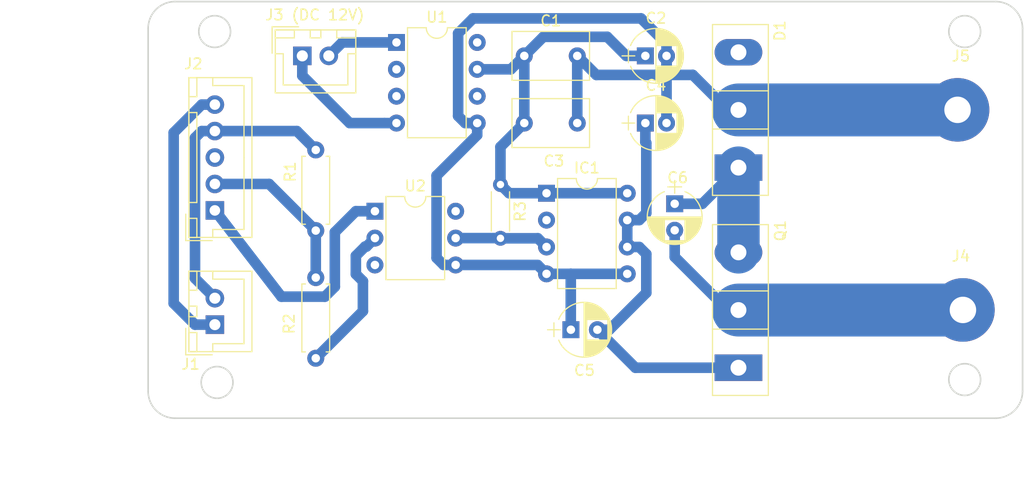
<source format=kicad_pcb>
(kicad_pcb (version 4) (host pcbnew 4.0.6)

  (general
    (links 35)
    (no_connects 0)
    (area 110.414999 85.014999 193.115001 124.535001)
    (thickness 1.6)
    (drawings 14)
    (tracks 105)
    (zones 0)
    (modules 19)
    (nets 19)
  )

  (page A4)
  (layers
    (0 F.Cu signal hide)
    (31 B.Cu signal)
    (32 B.Adhes user hide)
    (33 F.Adhes user hide)
    (34 B.Paste user hide)
    (35 F.Paste user hide)
    (36 B.SilkS user hide)
    (37 F.SilkS user hide)
    (38 B.Mask user hide)
    (39 F.Mask user hide)
    (40 Dwgs.User user)
    (41 Cmts.User user hide)
    (42 Eco1.User user hide)
    (43 Eco2.User user hide)
    (44 Edge.Cuts user)
    (45 Margin user hide)
    (46 B.CrtYd user hide)
    (47 F.CrtYd user)
    (48 B.Fab user hide)
    (49 F.Fab user hide)
  )

  (setup
    (last_trace_width 1)
    (trace_clearance 0.5)
    (zone_clearance 0.508)
    (zone_45_only no)
    (trace_min 0.2)
    (segment_width 0.2)
    (edge_width 0.15)
    (via_size 1.5)
    (via_drill 0.8)
    (via_min_size 0.4)
    (via_min_drill 0.3)
    (uvia_size 0.3)
    (uvia_drill 0.1)
    (uvias_allowed no)
    (uvia_min_size 0.2)
    (uvia_min_drill 0.1)
    (pcb_text_width 0.3)
    (pcb_text_size 1.5 1.5)
    (mod_edge_width 0.15)
    (mod_text_size 1 1)
    (mod_text_width 0.15)
    (pad_size 5.99948 5.99948)
    (pad_drill 2.49936)
    (pad_to_mask_clearance 0.2)
    (aux_axis_origin 0 0)
    (visible_elements 7FFEFFFF)
    (pcbplotparams
      (layerselection 0x00030_80000001)
      (usegerberextensions false)
      (excludeedgelayer true)
      (linewidth 0.100000)
      (plotframeref false)
      (viasonmask false)
      (mode 1)
      (useauxorigin false)
      (hpglpennumber 1)
      (hpglpenspeed 20)
      (hpglpendiameter 15)
      (hpglpenoverlay 2)
      (psnegative false)
      (psa4output false)
      (plotreference true)
      (plotvalue true)
      (plotinvisibletext false)
      (padsonsilk false)
      (subtractmaskfromsilk false)
      (outputformat 1)
      (mirror false)
      (drillshape 1)
      (scaleselection 1)
      (outputdirectory SVG/))
  )

  (net 0 "")
  (net 1 GND_ISO)
  (net 2 ARD_GND)
  (net 3 DC_IN)
  (net 4 DC_ISO)
  (net 5 "Net-(C4-Pad1)")
  (net 6 "Net-(D1-Pad3)")
  (net 7 "Net-(IC1-Pad2)")
  (net 8 "Net-(IC1-Pad3)")
  (net 9 ARD_5V)
  (net 10 ARD_TEMP)
  (net 11 ARD_PWM)
  (net 12 ARD_SRC_V)
  (net 13 "Net-(R2-Pad2)")
  (net 14 DC_GND)
  (net 15 "Net-(U2-Pad3)")
  (net 16 "Net-(U2-Pad6)")
  (net 17 "Net-(C6-Pad1)")
  (net 18 "Net-(C6-Pad2)")

  (net_class Default "This is the default net class."
    (clearance 0.5)
    (trace_width 1)
    (via_dia 1.5)
    (via_drill 0.8)
    (uvia_dia 0.3)
    (uvia_drill 0.1)
    (add_net ARD_5V)
    (add_net ARD_GND)
    (add_net ARD_PWM)
    (add_net ARD_SRC_V)
    (add_net ARD_TEMP)
    (add_net DC_GND)
    (add_net DC_IN)
    (add_net DC_ISO)
    (add_net GND_ISO)
    (add_net "Net-(C4-Pad1)")
    (add_net "Net-(C6-Pad1)")
    (add_net "Net-(C6-Pad2)")
    (add_net "Net-(D1-Pad3)")
    (add_net "Net-(IC1-Pad2)")
    (add_net "Net-(IC1-Pad3)")
    (add_net "Net-(R2-Pad2)")
    (add_net "Net-(U2-Pad3)")
    (add_net "Net-(U2-Pad6)")
  )

  (module Capacitors_THT:CP_Radial_D5.0mm_P2.00mm (layer F.Cu) (tedit 5920C257) (tstamp 593FC3CA)
    (at 157.43 96.57)
    (descr "CP, Radial series, Radial, pin pitch=2.00mm, , diameter=5mm, Electrolytic Capacitor")
    (tags "CP Radial series Radial pin pitch 2.00mm  diameter 5mm Electrolytic Capacitor")
    (path /592ED18A)
    (fp_text reference C4 (at 1 -3.56) (layer F.SilkS)
      (effects (font (size 1 1) (thickness 0.15)))
    )
    (fp_text value 4.7uF (at 1 3.56) (layer F.Fab)
      (effects (font (size 1 1) (thickness 0.15)))
    )
    (fp_text user %R (at 0.65 0) (layer F.Fab)
      (effects (font (size 1 1) (thickness 0.15)))
    )
    (fp_line (start -2.2 0) (end -1 0) (layer F.Fab) (width 0.1))
    (fp_line (start -1.6 -0.65) (end -1.6 0.65) (layer F.Fab) (width 0.1))
    (fp_line (start 1 -2.55) (end 1 2.55) (layer F.SilkS) (width 0.12))
    (fp_line (start 1.04 -2.55) (end 1.04 -0.98) (layer F.SilkS) (width 0.12))
    (fp_line (start 1.04 0.98) (end 1.04 2.55) (layer F.SilkS) (width 0.12))
    (fp_line (start 1.08 -2.549) (end 1.08 -0.98) (layer F.SilkS) (width 0.12))
    (fp_line (start 1.08 0.98) (end 1.08 2.549) (layer F.SilkS) (width 0.12))
    (fp_line (start 1.12 -2.548) (end 1.12 -0.98) (layer F.SilkS) (width 0.12))
    (fp_line (start 1.12 0.98) (end 1.12 2.548) (layer F.SilkS) (width 0.12))
    (fp_line (start 1.16 -2.546) (end 1.16 -0.98) (layer F.SilkS) (width 0.12))
    (fp_line (start 1.16 0.98) (end 1.16 2.546) (layer F.SilkS) (width 0.12))
    (fp_line (start 1.2 -2.543) (end 1.2 -0.98) (layer F.SilkS) (width 0.12))
    (fp_line (start 1.2 0.98) (end 1.2 2.543) (layer F.SilkS) (width 0.12))
    (fp_line (start 1.24 -2.539) (end 1.24 -0.98) (layer F.SilkS) (width 0.12))
    (fp_line (start 1.24 0.98) (end 1.24 2.539) (layer F.SilkS) (width 0.12))
    (fp_line (start 1.28 -2.535) (end 1.28 -0.98) (layer F.SilkS) (width 0.12))
    (fp_line (start 1.28 0.98) (end 1.28 2.535) (layer F.SilkS) (width 0.12))
    (fp_line (start 1.32 -2.531) (end 1.32 -0.98) (layer F.SilkS) (width 0.12))
    (fp_line (start 1.32 0.98) (end 1.32 2.531) (layer F.SilkS) (width 0.12))
    (fp_line (start 1.36 -2.525) (end 1.36 -0.98) (layer F.SilkS) (width 0.12))
    (fp_line (start 1.36 0.98) (end 1.36 2.525) (layer F.SilkS) (width 0.12))
    (fp_line (start 1.4 -2.519) (end 1.4 -0.98) (layer F.SilkS) (width 0.12))
    (fp_line (start 1.4 0.98) (end 1.4 2.519) (layer F.SilkS) (width 0.12))
    (fp_line (start 1.44 -2.513) (end 1.44 -0.98) (layer F.SilkS) (width 0.12))
    (fp_line (start 1.44 0.98) (end 1.44 2.513) (layer F.SilkS) (width 0.12))
    (fp_line (start 1.48 -2.506) (end 1.48 -0.98) (layer F.SilkS) (width 0.12))
    (fp_line (start 1.48 0.98) (end 1.48 2.506) (layer F.SilkS) (width 0.12))
    (fp_line (start 1.52 -2.498) (end 1.52 -0.98) (layer F.SilkS) (width 0.12))
    (fp_line (start 1.52 0.98) (end 1.52 2.498) (layer F.SilkS) (width 0.12))
    (fp_line (start 1.56 -2.489) (end 1.56 -0.98) (layer F.SilkS) (width 0.12))
    (fp_line (start 1.56 0.98) (end 1.56 2.489) (layer F.SilkS) (width 0.12))
    (fp_line (start 1.6 -2.48) (end 1.6 -0.98) (layer F.SilkS) (width 0.12))
    (fp_line (start 1.6 0.98) (end 1.6 2.48) (layer F.SilkS) (width 0.12))
    (fp_line (start 1.64 -2.47) (end 1.64 -0.98) (layer F.SilkS) (width 0.12))
    (fp_line (start 1.64 0.98) (end 1.64 2.47) (layer F.SilkS) (width 0.12))
    (fp_line (start 1.68 -2.46) (end 1.68 -0.98) (layer F.SilkS) (width 0.12))
    (fp_line (start 1.68 0.98) (end 1.68 2.46) (layer F.SilkS) (width 0.12))
    (fp_line (start 1.721 -2.448) (end 1.721 -0.98) (layer F.SilkS) (width 0.12))
    (fp_line (start 1.721 0.98) (end 1.721 2.448) (layer F.SilkS) (width 0.12))
    (fp_line (start 1.761 -2.436) (end 1.761 -0.98) (layer F.SilkS) (width 0.12))
    (fp_line (start 1.761 0.98) (end 1.761 2.436) (layer F.SilkS) (width 0.12))
    (fp_line (start 1.801 -2.424) (end 1.801 -0.98) (layer F.SilkS) (width 0.12))
    (fp_line (start 1.801 0.98) (end 1.801 2.424) (layer F.SilkS) (width 0.12))
    (fp_line (start 1.841 -2.41) (end 1.841 -0.98) (layer F.SilkS) (width 0.12))
    (fp_line (start 1.841 0.98) (end 1.841 2.41) (layer F.SilkS) (width 0.12))
    (fp_line (start 1.881 -2.396) (end 1.881 -0.98) (layer F.SilkS) (width 0.12))
    (fp_line (start 1.881 0.98) (end 1.881 2.396) (layer F.SilkS) (width 0.12))
    (fp_line (start 1.921 -2.382) (end 1.921 -0.98) (layer F.SilkS) (width 0.12))
    (fp_line (start 1.921 0.98) (end 1.921 2.382) (layer F.SilkS) (width 0.12))
    (fp_line (start 1.961 -2.366) (end 1.961 -0.98) (layer F.SilkS) (width 0.12))
    (fp_line (start 1.961 0.98) (end 1.961 2.366) (layer F.SilkS) (width 0.12))
    (fp_line (start 2.001 -2.35) (end 2.001 -0.98) (layer F.SilkS) (width 0.12))
    (fp_line (start 2.001 0.98) (end 2.001 2.35) (layer F.SilkS) (width 0.12))
    (fp_line (start 2.041 -2.333) (end 2.041 -0.98) (layer F.SilkS) (width 0.12))
    (fp_line (start 2.041 0.98) (end 2.041 2.333) (layer F.SilkS) (width 0.12))
    (fp_line (start 2.081 -2.315) (end 2.081 -0.98) (layer F.SilkS) (width 0.12))
    (fp_line (start 2.081 0.98) (end 2.081 2.315) (layer F.SilkS) (width 0.12))
    (fp_line (start 2.121 -2.296) (end 2.121 -0.98) (layer F.SilkS) (width 0.12))
    (fp_line (start 2.121 0.98) (end 2.121 2.296) (layer F.SilkS) (width 0.12))
    (fp_line (start 2.161 -2.276) (end 2.161 -0.98) (layer F.SilkS) (width 0.12))
    (fp_line (start 2.161 0.98) (end 2.161 2.276) (layer F.SilkS) (width 0.12))
    (fp_line (start 2.201 -2.256) (end 2.201 -0.98) (layer F.SilkS) (width 0.12))
    (fp_line (start 2.201 0.98) (end 2.201 2.256) (layer F.SilkS) (width 0.12))
    (fp_line (start 2.241 -2.234) (end 2.241 -0.98) (layer F.SilkS) (width 0.12))
    (fp_line (start 2.241 0.98) (end 2.241 2.234) (layer F.SilkS) (width 0.12))
    (fp_line (start 2.281 -2.212) (end 2.281 -0.98) (layer F.SilkS) (width 0.12))
    (fp_line (start 2.281 0.98) (end 2.281 2.212) (layer F.SilkS) (width 0.12))
    (fp_line (start 2.321 -2.189) (end 2.321 -0.98) (layer F.SilkS) (width 0.12))
    (fp_line (start 2.321 0.98) (end 2.321 2.189) (layer F.SilkS) (width 0.12))
    (fp_line (start 2.361 -2.165) (end 2.361 -0.98) (layer F.SilkS) (width 0.12))
    (fp_line (start 2.361 0.98) (end 2.361 2.165) (layer F.SilkS) (width 0.12))
    (fp_line (start 2.401 -2.14) (end 2.401 -0.98) (layer F.SilkS) (width 0.12))
    (fp_line (start 2.401 0.98) (end 2.401 2.14) (layer F.SilkS) (width 0.12))
    (fp_line (start 2.441 -2.113) (end 2.441 -0.98) (layer F.SilkS) (width 0.12))
    (fp_line (start 2.441 0.98) (end 2.441 2.113) (layer F.SilkS) (width 0.12))
    (fp_line (start 2.481 -2.086) (end 2.481 -0.98) (layer F.SilkS) (width 0.12))
    (fp_line (start 2.481 0.98) (end 2.481 2.086) (layer F.SilkS) (width 0.12))
    (fp_line (start 2.521 -2.058) (end 2.521 -0.98) (layer F.SilkS) (width 0.12))
    (fp_line (start 2.521 0.98) (end 2.521 2.058) (layer F.SilkS) (width 0.12))
    (fp_line (start 2.561 -2.028) (end 2.561 -0.98) (layer F.SilkS) (width 0.12))
    (fp_line (start 2.561 0.98) (end 2.561 2.028) (layer F.SilkS) (width 0.12))
    (fp_line (start 2.601 -1.997) (end 2.601 -0.98) (layer F.SilkS) (width 0.12))
    (fp_line (start 2.601 0.98) (end 2.601 1.997) (layer F.SilkS) (width 0.12))
    (fp_line (start 2.641 -1.965) (end 2.641 -0.98) (layer F.SilkS) (width 0.12))
    (fp_line (start 2.641 0.98) (end 2.641 1.965) (layer F.SilkS) (width 0.12))
    (fp_line (start 2.681 -1.932) (end 2.681 -0.98) (layer F.SilkS) (width 0.12))
    (fp_line (start 2.681 0.98) (end 2.681 1.932) (layer F.SilkS) (width 0.12))
    (fp_line (start 2.721 -1.897) (end 2.721 -0.98) (layer F.SilkS) (width 0.12))
    (fp_line (start 2.721 0.98) (end 2.721 1.897) (layer F.SilkS) (width 0.12))
    (fp_line (start 2.761 -1.861) (end 2.761 -0.98) (layer F.SilkS) (width 0.12))
    (fp_line (start 2.761 0.98) (end 2.761 1.861) (layer F.SilkS) (width 0.12))
    (fp_line (start 2.801 -1.823) (end 2.801 -0.98) (layer F.SilkS) (width 0.12))
    (fp_line (start 2.801 0.98) (end 2.801 1.823) (layer F.SilkS) (width 0.12))
    (fp_line (start 2.841 -1.783) (end 2.841 -0.98) (layer F.SilkS) (width 0.12))
    (fp_line (start 2.841 0.98) (end 2.841 1.783) (layer F.SilkS) (width 0.12))
    (fp_line (start 2.881 -1.742) (end 2.881 -0.98) (layer F.SilkS) (width 0.12))
    (fp_line (start 2.881 0.98) (end 2.881 1.742) (layer F.SilkS) (width 0.12))
    (fp_line (start 2.921 -1.699) (end 2.921 -0.98) (layer F.SilkS) (width 0.12))
    (fp_line (start 2.921 0.98) (end 2.921 1.699) (layer F.SilkS) (width 0.12))
    (fp_line (start 2.961 -1.654) (end 2.961 -0.98) (layer F.SilkS) (width 0.12))
    (fp_line (start 2.961 0.98) (end 2.961 1.654) (layer F.SilkS) (width 0.12))
    (fp_line (start 3.001 -1.606) (end 3.001 1.606) (layer F.SilkS) (width 0.12))
    (fp_line (start 3.041 -1.556) (end 3.041 1.556) (layer F.SilkS) (width 0.12))
    (fp_line (start 3.081 -1.504) (end 3.081 1.504) (layer F.SilkS) (width 0.12))
    (fp_line (start 3.121 -1.448) (end 3.121 1.448) (layer F.SilkS) (width 0.12))
    (fp_line (start 3.161 -1.39) (end 3.161 1.39) (layer F.SilkS) (width 0.12))
    (fp_line (start 3.201 -1.327) (end 3.201 1.327) (layer F.SilkS) (width 0.12))
    (fp_line (start 3.241 -1.261) (end 3.241 1.261) (layer F.SilkS) (width 0.12))
    (fp_line (start 3.281 -1.189) (end 3.281 1.189) (layer F.SilkS) (width 0.12))
    (fp_line (start 3.321 -1.112) (end 3.321 1.112) (layer F.SilkS) (width 0.12))
    (fp_line (start 3.361 -1.028) (end 3.361 1.028) (layer F.SilkS) (width 0.12))
    (fp_line (start 3.401 -0.934) (end 3.401 0.934) (layer F.SilkS) (width 0.12))
    (fp_line (start 3.441 -0.829) (end 3.441 0.829) (layer F.SilkS) (width 0.12))
    (fp_line (start 3.481 -0.707) (end 3.481 0.707) (layer F.SilkS) (width 0.12))
    (fp_line (start 3.521 -0.559) (end 3.521 0.559) (layer F.SilkS) (width 0.12))
    (fp_line (start 3.561 -0.354) (end 3.561 0.354) (layer F.SilkS) (width 0.12))
    (fp_line (start -2.2 0) (end -1 0) (layer F.SilkS) (width 0.12))
    (fp_line (start -1.6 -0.65) (end -1.6 0.65) (layer F.SilkS) (width 0.12))
    (fp_line (start -1.85 -2.85) (end -1.85 2.85) (layer F.CrtYd) (width 0.05))
    (fp_line (start -1.85 2.85) (end 3.85 2.85) (layer F.CrtYd) (width 0.05))
    (fp_line (start 3.85 2.85) (end 3.85 -2.85) (layer F.CrtYd) (width 0.05))
    (fp_line (start 3.85 -2.85) (end -1.85 -2.85) (layer F.CrtYd) (width 0.05))
    (fp_circle (center 1 0) (end 3.5 0) (layer F.Fab) (width 0.1))
    (fp_arc (start 1 0) (end -1.397436 -0.98) (angle 135.5) (layer F.SilkS) (width 0.12))
    (fp_arc (start 1 0) (end -1.397436 0.98) (angle -135.5) (layer F.SilkS) (width 0.12))
    (fp_arc (start 1 0) (end 3.397436 -0.98) (angle 44.5) (layer F.SilkS) (width 0.12))
    (pad 1 thru_hole rect (at 0 0) (size 1.6 1.6) (drill 0.8) (layers *.Cu *.Mask)
      (net 5 "Net-(C4-Pad1)"))
    (pad 2 thru_hole circle (at 2 0) (size 1.6 1.6) (drill 0.8) (layers *.Cu *.Mask)
      (net 1 GND_ISO))
    (model ${KISYS3DMOD}/Capacitors_THT.3dshapes/CP_Radial_D5.0mm_P2.00mm.wrl
      (at (xyz 0 0 0))
      (scale (xyz 1 1 1))
      (rotate (xyz 0 0 0))
    )
  )

  (module Capacitors_THT:C_Rect_L7.2mm_W4.5mm_P5.00mm_FKS2_FKP2_MKS2_MKP2 (layer F.Cu) (tedit 5920C257) (tstamp 593FC3C4)
    (at 146 96.57)
    (descr "C, Rect series, Radial, pin pitch=5.00mm, , length*width=7.2*4.5mm^2, Capacitor, http://www.wima.com/EN/WIMA_FKS_2.pdf")
    (tags "C Rect series Radial pin pitch 5.00mm  length 7.2mm width 4.5mm Capacitor")
    (path /592ACBF5)
    (fp_text reference C3 (at 2.8 3.59) (layer F.SilkS)
      (effects (font (size 1 1) (thickness 0.15)))
    )
    (fp_text value 100nF (at 2.5 3.31) (layer F.Fab)
      (effects (font (size 1 1) (thickness 0.15)))
    )
    (fp_text user %R (at 2.5 0) (layer F.Fab)
      (effects (font (size 1 1) (thickness 0.15)))
    )
    (fp_line (start -1.1 -2.25) (end -1.1 2.25) (layer F.Fab) (width 0.1))
    (fp_line (start -1.1 2.25) (end 6.1 2.25) (layer F.Fab) (width 0.1))
    (fp_line (start 6.1 2.25) (end 6.1 -2.25) (layer F.Fab) (width 0.1))
    (fp_line (start 6.1 -2.25) (end -1.1 -2.25) (layer F.Fab) (width 0.1))
    (fp_line (start -1.16 -2.31) (end 6.16 -2.31) (layer F.SilkS) (width 0.12))
    (fp_line (start -1.16 2.31) (end 6.16 2.31) (layer F.SilkS) (width 0.12))
    (fp_line (start -1.16 -2.31) (end -1.16 2.31) (layer F.SilkS) (width 0.12))
    (fp_line (start 6.16 -2.31) (end 6.16 2.31) (layer F.SilkS) (width 0.12))
    (fp_line (start -1.45 -2.6) (end -1.45 2.6) (layer F.CrtYd) (width 0.05))
    (fp_line (start -1.45 2.6) (end 6.45 2.6) (layer F.CrtYd) (width 0.05))
    (fp_line (start 6.45 2.6) (end 6.45 -2.6) (layer F.CrtYd) (width 0.05))
    (fp_line (start 6.45 -2.6) (end -1.45 -2.6) (layer F.CrtYd) (width 0.05))
    (pad 1 thru_hole circle (at 0 0) (size 1.6 1.6) (drill 0.8) (layers *.Cu *.Mask)
      (net 4 DC_ISO))
    (pad 2 thru_hole circle (at 5 0) (size 1.6 1.6) (drill 0.8) (layers *.Cu *.Mask)
      (net 1 GND_ISO))
    (model ${KISYS3DMOD}/Capacitors_THT.3dshapes/C_Rect_L7.2mm_W4.5mm_P5.00mm_FKS2_FKP2_MKS2_MKP2.wrl
      (at (xyz 0 0 0))
      (scale (xyz 1 1 1))
      (rotate (xyz 0 0 0))
    )
  )

  (module Capacitors_THT:C_Rect_L7.2mm_W4.5mm_P5.00mm_FKS2_FKP2_MKS2_MKP2 (layer F.Cu) (tedit 5920C257) (tstamp 593FC3B8)
    (at 146 90.22)
    (descr "C, Rect series, Radial, pin pitch=5.00mm, , length*width=7.2*4.5mm^2, Capacitor, http://www.wima.com/EN/WIMA_FKS_2.pdf")
    (tags "C Rect series Radial pin pitch 5.00mm  length 7.2mm width 4.5mm Capacitor")
    (path /592EA608)
    (fp_text reference C1 (at 2.5 -3.31) (layer F.SilkS)
      (effects (font (size 1 1) (thickness 0.15)))
    )
    (fp_text value 100nF (at 2.5 3.31) (layer F.Fab)
      (effects (font (size 1 1) (thickness 0.15)))
    )
    (fp_text user %R (at 2.5 0) (layer F.Fab)
      (effects (font (size 1 1) (thickness 0.15)))
    )
    (fp_line (start -1.1 -2.25) (end -1.1 2.25) (layer F.Fab) (width 0.1))
    (fp_line (start -1.1 2.25) (end 6.1 2.25) (layer F.Fab) (width 0.1))
    (fp_line (start 6.1 2.25) (end 6.1 -2.25) (layer F.Fab) (width 0.1))
    (fp_line (start 6.1 -2.25) (end -1.1 -2.25) (layer F.Fab) (width 0.1))
    (fp_line (start -1.16 -2.31) (end 6.16 -2.31) (layer F.SilkS) (width 0.12))
    (fp_line (start -1.16 2.31) (end 6.16 2.31) (layer F.SilkS) (width 0.12))
    (fp_line (start -1.16 -2.31) (end -1.16 2.31) (layer F.SilkS) (width 0.12))
    (fp_line (start 6.16 -2.31) (end 6.16 2.31) (layer F.SilkS) (width 0.12))
    (fp_line (start -1.45 -2.6) (end -1.45 2.6) (layer F.CrtYd) (width 0.05))
    (fp_line (start -1.45 2.6) (end 6.45 2.6) (layer F.CrtYd) (width 0.05))
    (fp_line (start 6.45 2.6) (end 6.45 -2.6) (layer F.CrtYd) (width 0.05))
    (fp_line (start 6.45 -2.6) (end -1.45 -2.6) (layer F.CrtYd) (width 0.05))
    (pad 1 thru_hole circle (at 0 0) (size 1.6 1.6) (drill 0.8) (layers *.Cu *.Mask)
      (net 4 DC_ISO))
    (pad 2 thru_hole circle (at 5 0) (size 1.6 1.6) (drill 0.8) (layers *.Cu *.Mask)
      (net 1 GND_ISO))
    (model ${KISYS3DMOD}/Capacitors_THT.3dshapes/C_Rect_L7.2mm_W4.5mm_P5.00mm_FKS2_FKP2_MKS2_MKP2.wrl
      (at (xyz 0 0 0))
      (scale (xyz 1 1 1))
      (rotate (xyz 0 0 0))
    )
  )

  (module Capacitors_THT:CP_Radial_D5.0mm_P2.00mm (layer F.Cu) (tedit 5920C257) (tstamp 593FC3BE)
    (at 157.43 90.22)
    (descr "CP, Radial series, Radial, pin pitch=2.00mm, , diameter=5mm, Electrolytic Capacitor")
    (tags "CP Radial series Radial pin pitch 2.00mm  diameter 5mm Electrolytic Capacitor")
    (path /592ACB50)
    (fp_text reference C2 (at 1 -3.56) (layer F.SilkS)
      (effects (font (size 1 1) (thickness 0.15)))
    )
    (fp_text value 4.7uF (at 1 3.56) (layer F.Fab)
      (effects (font (size 1 1) (thickness 0.15)))
    )
    (fp_text user %R (at 0.65 0) (layer F.Fab)
      (effects (font (size 1 1) (thickness 0.15)))
    )
    (fp_line (start -2.2 0) (end -1 0) (layer F.Fab) (width 0.1))
    (fp_line (start -1.6 -0.65) (end -1.6 0.65) (layer F.Fab) (width 0.1))
    (fp_line (start 1 -2.55) (end 1 2.55) (layer F.SilkS) (width 0.12))
    (fp_line (start 1.04 -2.55) (end 1.04 -0.98) (layer F.SilkS) (width 0.12))
    (fp_line (start 1.04 0.98) (end 1.04 2.55) (layer F.SilkS) (width 0.12))
    (fp_line (start 1.08 -2.549) (end 1.08 -0.98) (layer F.SilkS) (width 0.12))
    (fp_line (start 1.08 0.98) (end 1.08 2.549) (layer F.SilkS) (width 0.12))
    (fp_line (start 1.12 -2.548) (end 1.12 -0.98) (layer F.SilkS) (width 0.12))
    (fp_line (start 1.12 0.98) (end 1.12 2.548) (layer F.SilkS) (width 0.12))
    (fp_line (start 1.16 -2.546) (end 1.16 -0.98) (layer F.SilkS) (width 0.12))
    (fp_line (start 1.16 0.98) (end 1.16 2.546) (layer F.SilkS) (width 0.12))
    (fp_line (start 1.2 -2.543) (end 1.2 -0.98) (layer F.SilkS) (width 0.12))
    (fp_line (start 1.2 0.98) (end 1.2 2.543) (layer F.SilkS) (width 0.12))
    (fp_line (start 1.24 -2.539) (end 1.24 -0.98) (layer F.SilkS) (width 0.12))
    (fp_line (start 1.24 0.98) (end 1.24 2.539) (layer F.SilkS) (width 0.12))
    (fp_line (start 1.28 -2.535) (end 1.28 -0.98) (layer F.SilkS) (width 0.12))
    (fp_line (start 1.28 0.98) (end 1.28 2.535) (layer F.SilkS) (width 0.12))
    (fp_line (start 1.32 -2.531) (end 1.32 -0.98) (layer F.SilkS) (width 0.12))
    (fp_line (start 1.32 0.98) (end 1.32 2.531) (layer F.SilkS) (width 0.12))
    (fp_line (start 1.36 -2.525) (end 1.36 -0.98) (layer F.SilkS) (width 0.12))
    (fp_line (start 1.36 0.98) (end 1.36 2.525) (layer F.SilkS) (width 0.12))
    (fp_line (start 1.4 -2.519) (end 1.4 -0.98) (layer F.SilkS) (width 0.12))
    (fp_line (start 1.4 0.98) (end 1.4 2.519) (layer F.SilkS) (width 0.12))
    (fp_line (start 1.44 -2.513) (end 1.44 -0.98) (layer F.SilkS) (width 0.12))
    (fp_line (start 1.44 0.98) (end 1.44 2.513) (layer F.SilkS) (width 0.12))
    (fp_line (start 1.48 -2.506) (end 1.48 -0.98) (layer F.SilkS) (width 0.12))
    (fp_line (start 1.48 0.98) (end 1.48 2.506) (layer F.SilkS) (width 0.12))
    (fp_line (start 1.52 -2.498) (end 1.52 -0.98) (layer F.SilkS) (width 0.12))
    (fp_line (start 1.52 0.98) (end 1.52 2.498) (layer F.SilkS) (width 0.12))
    (fp_line (start 1.56 -2.489) (end 1.56 -0.98) (layer F.SilkS) (width 0.12))
    (fp_line (start 1.56 0.98) (end 1.56 2.489) (layer F.SilkS) (width 0.12))
    (fp_line (start 1.6 -2.48) (end 1.6 -0.98) (layer F.SilkS) (width 0.12))
    (fp_line (start 1.6 0.98) (end 1.6 2.48) (layer F.SilkS) (width 0.12))
    (fp_line (start 1.64 -2.47) (end 1.64 -0.98) (layer F.SilkS) (width 0.12))
    (fp_line (start 1.64 0.98) (end 1.64 2.47) (layer F.SilkS) (width 0.12))
    (fp_line (start 1.68 -2.46) (end 1.68 -0.98) (layer F.SilkS) (width 0.12))
    (fp_line (start 1.68 0.98) (end 1.68 2.46) (layer F.SilkS) (width 0.12))
    (fp_line (start 1.721 -2.448) (end 1.721 -0.98) (layer F.SilkS) (width 0.12))
    (fp_line (start 1.721 0.98) (end 1.721 2.448) (layer F.SilkS) (width 0.12))
    (fp_line (start 1.761 -2.436) (end 1.761 -0.98) (layer F.SilkS) (width 0.12))
    (fp_line (start 1.761 0.98) (end 1.761 2.436) (layer F.SilkS) (width 0.12))
    (fp_line (start 1.801 -2.424) (end 1.801 -0.98) (layer F.SilkS) (width 0.12))
    (fp_line (start 1.801 0.98) (end 1.801 2.424) (layer F.SilkS) (width 0.12))
    (fp_line (start 1.841 -2.41) (end 1.841 -0.98) (layer F.SilkS) (width 0.12))
    (fp_line (start 1.841 0.98) (end 1.841 2.41) (layer F.SilkS) (width 0.12))
    (fp_line (start 1.881 -2.396) (end 1.881 -0.98) (layer F.SilkS) (width 0.12))
    (fp_line (start 1.881 0.98) (end 1.881 2.396) (layer F.SilkS) (width 0.12))
    (fp_line (start 1.921 -2.382) (end 1.921 -0.98) (layer F.SilkS) (width 0.12))
    (fp_line (start 1.921 0.98) (end 1.921 2.382) (layer F.SilkS) (width 0.12))
    (fp_line (start 1.961 -2.366) (end 1.961 -0.98) (layer F.SilkS) (width 0.12))
    (fp_line (start 1.961 0.98) (end 1.961 2.366) (layer F.SilkS) (width 0.12))
    (fp_line (start 2.001 -2.35) (end 2.001 -0.98) (layer F.SilkS) (width 0.12))
    (fp_line (start 2.001 0.98) (end 2.001 2.35) (layer F.SilkS) (width 0.12))
    (fp_line (start 2.041 -2.333) (end 2.041 -0.98) (layer F.SilkS) (width 0.12))
    (fp_line (start 2.041 0.98) (end 2.041 2.333) (layer F.SilkS) (width 0.12))
    (fp_line (start 2.081 -2.315) (end 2.081 -0.98) (layer F.SilkS) (width 0.12))
    (fp_line (start 2.081 0.98) (end 2.081 2.315) (layer F.SilkS) (width 0.12))
    (fp_line (start 2.121 -2.296) (end 2.121 -0.98) (layer F.SilkS) (width 0.12))
    (fp_line (start 2.121 0.98) (end 2.121 2.296) (layer F.SilkS) (width 0.12))
    (fp_line (start 2.161 -2.276) (end 2.161 -0.98) (layer F.SilkS) (width 0.12))
    (fp_line (start 2.161 0.98) (end 2.161 2.276) (layer F.SilkS) (width 0.12))
    (fp_line (start 2.201 -2.256) (end 2.201 -0.98) (layer F.SilkS) (width 0.12))
    (fp_line (start 2.201 0.98) (end 2.201 2.256) (layer F.SilkS) (width 0.12))
    (fp_line (start 2.241 -2.234) (end 2.241 -0.98) (layer F.SilkS) (width 0.12))
    (fp_line (start 2.241 0.98) (end 2.241 2.234) (layer F.SilkS) (width 0.12))
    (fp_line (start 2.281 -2.212) (end 2.281 -0.98) (layer F.SilkS) (width 0.12))
    (fp_line (start 2.281 0.98) (end 2.281 2.212) (layer F.SilkS) (width 0.12))
    (fp_line (start 2.321 -2.189) (end 2.321 -0.98) (layer F.SilkS) (width 0.12))
    (fp_line (start 2.321 0.98) (end 2.321 2.189) (layer F.SilkS) (width 0.12))
    (fp_line (start 2.361 -2.165) (end 2.361 -0.98) (layer F.SilkS) (width 0.12))
    (fp_line (start 2.361 0.98) (end 2.361 2.165) (layer F.SilkS) (width 0.12))
    (fp_line (start 2.401 -2.14) (end 2.401 -0.98) (layer F.SilkS) (width 0.12))
    (fp_line (start 2.401 0.98) (end 2.401 2.14) (layer F.SilkS) (width 0.12))
    (fp_line (start 2.441 -2.113) (end 2.441 -0.98) (layer F.SilkS) (width 0.12))
    (fp_line (start 2.441 0.98) (end 2.441 2.113) (layer F.SilkS) (width 0.12))
    (fp_line (start 2.481 -2.086) (end 2.481 -0.98) (layer F.SilkS) (width 0.12))
    (fp_line (start 2.481 0.98) (end 2.481 2.086) (layer F.SilkS) (width 0.12))
    (fp_line (start 2.521 -2.058) (end 2.521 -0.98) (layer F.SilkS) (width 0.12))
    (fp_line (start 2.521 0.98) (end 2.521 2.058) (layer F.SilkS) (width 0.12))
    (fp_line (start 2.561 -2.028) (end 2.561 -0.98) (layer F.SilkS) (width 0.12))
    (fp_line (start 2.561 0.98) (end 2.561 2.028) (layer F.SilkS) (width 0.12))
    (fp_line (start 2.601 -1.997) (end 2.601 -0.98) (layer F.SilkS) (width 0.12))
    (fp_line (start 2.601 0.98) (end 2.601 1.997) (layer F.SilkS) (width 0.12))
    (fp_line (start 2.641 -1.965) (end 2.641 -0.98) (layer F.SilkS) (width 0.12))
    (fp_line (start 2.641 0.98) (end 2.641 1.965) (layer F.SilkS) (width 0.12))
    (fp_line (start 2.681 -1.932) (end 2.681 -0.98) (layer F.SilkS) (width 0.12))
    (fp_line (start 2.681 0.98) (end 2.681 1.932) (layer F.SilkS) (width 0.12))
    (fp_line (start 2.721 -1.897) (end 2.721 -0.98) (layer F.SilkS) (width 0.12))
    (fp_line (start 2.721 0.98) (end 2.721 1.897) (layer F.SilkS) (width 0.12))
    (fp_line (start 2.761 -1.861) (end 2.761 -0.98) (layer F.SilkS) (width 0.12))
    (fp_line (start 2.761 0.98) (end 2.761 1.861) (layer F.SilkS) (width 0.12))
    (fp_line (start 2.801 -1.823) (end 2.801 -0.98) (layer F.SilkS) (width 0.12))
    (fp_line (start 2.801 0.98) (end 2.801 1.823) (layer F.SilkS) (width 0.12))
    (fp_line (start 2.841 -1.783) (end 2.841 -0.98) (layer F.SilkS) (width 0.12))
    (fp_line (start 2.841 0.98) (end 2.841 1.783) (layer F.SilkS) (width 0.12))
    (fp_line (start 2.881 -1.742) (end 2.881 -0.98) (layer F.SilkS) (width 0.12))
    (fp_line (start 2.881 0.98) (end 2.881 1.742) (layer F.SilkS) (width 0.12))
    (fp_line (start 2.921 -1.699) (end 2.921 -0.98) (layer F.SilkS) (width 0.12))
    (fp_line (start 2.921 0.98) (end 2.921 1.699) (layer F.SilkS) (width 0.12))
    (fp_line (start 2.961 -1.654) (end 2.961 -0.98) (layer F.SilkS) (width 0.12))
    (fp_line (start 2.961 0.98) (end 2.961 1.654) (layer F.SilkS) (width 0.12))
    (fp_line (start 3.001 -1.606) (end 3.001 1.606) (layer F.SilkS) (width 0.12))
    (fp_line (start 3.041 -1.556) (end 3.041 1.556) (layer F.SilkS) (width 0.12))
    (fp_line (start 3.081 -1.504) (end 3.081 1.504) (layer F.SilkS) (width 0.12))
    (fp_line (start 3.121 -1.448) (end 3.121 1.448) (layer F.SilkS) (width 0.12))
    (fp_line (start 3.161 -1.39) (end 3.161 1.39) (layer F.SilkS) (width 0.12))
    (fp_line (start 3.201 -1.327) (end 3.201 1.327) (layer F.SilkS) (width 0.12))
    (fp_line (start 3.241 -1.261) (end 3.241 1.261) (layer F.SilkS) (width 0.12))
    (fp_line (start 3.281 -1.189) (end 3.281 1.189) (layer F.SilkS) (width 0.12))
    (fp_line (start 3.321 -1.112) (end 3.321 1.112) (layer F.SilkS) (width 0.12))
    (fp_line (start 3.361 -1.028) (end 3.361 1.028) (layer F.SilkS) (width 0.12))
    (fp_line (start 3.401 -0.934) (end 3.401 0.934) (layer F.SilkS) (width 0.12))
    (fp_line (start 3.441 -0.829) (end 3.441 0.829) (layer F.SilkS) (width 0.12))
    (fp_line (start 3.481 -0.707) (end 3.481 0.707) (layer F.SilkS) (width 0.12))
    (fp_line (start 3.521 -0.559) (end 3.521 0.559) (layer F.SilkS) (width 0.12))
    (fp_line (start 3.561 -0.354) (end 3.561 0.354) (layer F.SilkS) (width 0.12))
    (fp_line (start -2.2 0) (end -1 0) (layer F.SilkS) (width 0.12))
    (fp_line (start -1.6 -0.65) (end -1.6 0.65) (layer F.SilkS) (width 0.12))
    (fp_line (start -1.85 -2.85) (end -1.85 2.85) (layer F.CrtYd) (width 0.05))
    (fp_line (start -1.85 2.85) (end 3.85 2.85) (layer F.CrtYd) (width 0.05))
    (fp_line (start 3.85 2.85) (end 3.85 -2.85) (layer F.CrtYd) (width 0.05))
    (fp_line (start 3.85 -2.85) (end -1.85 -2.85) (layer F.CrtYd) (width 0.05))
    (fp_circle (center 1 0) (end 3.5 0) (layer F.Fab) (width 0.1))
    (fp_arc (start 1 0) (end -1.397436 -0.98) (angle 135.5) (layer F.SilkS) (width 0.12))
    (fp_arc (start 1 0) (end -1.397436 0.98) (angle -135.5) (layer F.SilkS) (width 0.12))
    (fp_arc (start 1 0) (end 3.397436 -0.98) (angle 44.5) (layer F.SilkS) (width 0.12))
    (pad 1 thru_hole rect (at 0 0) (size 1.6 1.6) (drill 0.8) (layers *.Cu *.Mask)
      (net 4 DC_ISO))
    (pad 2 thru_hole circle (at 2 0) (size 1.6 1.6) (drill 0.8) (layers *.Cu *.Mask)
      (net 1 GND_ISO))
    (model ${KISYS3DMOD}/Capacitors_THT.3dshapes/CP_Radial_D5.0mm_P2.00mm.wrl
      (at (xyz 0 0 0))
      (scale (xyz 1 1 1))
      (rotate (xyz 0 0 0))
    )
  )

  (module TO_SOT_Packages_THT:TO-247_TO-3P_Vertical (layer F.Cu) (tedit 58CE52AE) (tstamp 593FC3D1)
    (at 166.22 100.78 90)
    (descr "TO-247, Vertical, RM 5.45mm, TO-3P")
    (tags "TO-247 Vertical RM 5.45mm TO-3P")
    (path /592DCE5E)
    (fp_text reference D1 (at 12.93 3.91 90) (layer F.SilkS)
      (effects (font (size 1 1) (thickness 0.15)))
    )
    (fp_text value D_Schottky_x2_KCom_AKA (at 5.45 6.07 90) (layer F.Fab)
      (effects (font (size 1 1) (thickness 0.15)))
    )
    (fp_text user %R (at 12.59 -3.51 90) (layer F.Fab)
      (effects (font (size 1 1) (thickness 0.15)))
    )
    (fp_line (start -2.5 -2.33) (end -2.5 2.7) (layer F.Fab) (width 0.1))
    (fp_line (start -2.5 2.7) (end 13.4 2.7) (layer F.Fab) (width 0.1))
    (fp_line (start 13.4 2.7) (end 13.4 -2.33) (layer F.Fab) (width 0.1))
    (fp_line (start 13.4 -2.33) (end -2.5 -2.33) (layer F.Fab) (width 0.1))
    (fp_line (start 3.645 -2.33) (end 3.645 2.7) (layer F.Fab) (width 0.1))
    (fp_line (start 7.255 -2.33) (end 7.255 2.7) (layer F.Fab) (width 0.1))
    (fp_line (start -2.62 -2.451) (end 13.52 -2.451) (layer F.SilkS) (width 0.12))
    (fp_line (start -2.62 2.82) (end 13.52 2.82) (layer F.SilkS) (width 0.12))
    (fp_line (start -2.62 -2.451) (end -2.62 2.82) (layer F.SilkS) (width 0.12))
    (fp_line (start 13.52 -2.451) (end 13.52 2.82) (layer F.SilkS) (width 0.12))
    (fp_line (start 3.646 -2.451) (end 3.646 2.82) (layer F.SilkS) (width 0.12))
    (fp_line (start 7.255 -2.451) (end 7.255 2.82) (layer F.SilkS) (width 0.12))
    (fp_line (start -2.75 -2.59) (end -2.75 2.95) (layer F.CrtYd) (width 0.05))
    (fp_line (start -2.75 2.95) (end 13.65 2.95) (layer F.CrtYd) (width 0.05))
    (fp_line (start 13.65 2.95) (end 13.65 -2.59) (layer F.CrtYd) (width 0.05))
    (fp_line (start 13.65 -2.59) (end -2.75 -2.59) (layer F.CrtYd) (width 0.05))
    (pad 1 thru_hole rect (at 0 0 90) (size 2.5 4.5) (drill 1.5) (layers *.Cu *.Mask)
      (net 17 "Net-(C6-Pad1)"))
    (pad 2 thru_hole oval (at 5.45 0 90) (size 2.5 4.5) (drill 1.5) (layers *.Cu *.Mask)
      (net 1 GND_ISO))
    (pad 3 thru_hole oval (at 10.9 0 90) (size 2.5 4.5) (drill 1.5) (layers *.Cu *.Mask)
      (net 6 "Net-(D1-Pad3)"))
    (model ${KISYS3DMOD}/TO_SOT_Packages_THT.3dshapes/TO-247_TO-3P_Vertical.wrl
      (at (xyz 0.212598 0 0))
      (scale (xyz 1 1 1))
      (rotate (xyz 0 0 0))
    )
  )

  (module Housings_DIP:DIP-8_W7.62mm (layer F.Cu) (tedit 58CC8E33) (tstamp 593FC3DD)
    (at 148.1 103.2)
    (descr "8-lead dip package, row spacing 7.62 mm (300 mils)")
    (tags "DIL DIP PDIP 2.54mm 7.62mm 300mil")
    (path /592E820A)
    (fp_text reference IC1 (at 3.81 -2.39) (layer F.SilkS)
      (effects (font (size 1 1) (thickness 0.15)))
    )
    (fp_text value TC4422AVPA (at 3.81 10.01) (layer F.Fab)
      (effects (font (size 1 1) (thickness 0.15)))
    )
    (fp_text user %R (at 3.81 3.81) (layer F.Fab)
      (effects (font (size 1 1) (thickness 0.15)))
    )
    (fp_line (start 1.635 -1.27) (end 6.985 -1.27) (layer F.Fab) (width 0.1))
    (fp_line (start 6.985 -1.27) (end 6.985 8.89) (layer F.Fab) (width 0.1))
    (fp_line (start 6.985 8.89) (end 0.635 8.89) (layer F.Fab) (width 0.1))
    (fp_line (start 0.635 8.89) (end 0.635 -0.27) (layer F.Fab) (width 0.1))
    (fp_line (start 0.635 -0.27) (end 1.635 -1.27) (layer F.Fab) (width 0.1))
    (fp_line (start 2.81 -1.39) (end 1.04 -1.39) (layer F.SilkS) (width 0.12))
    (fp_line (start 1.04 -1.39) (end 1.04 9.01) (layer F.SilkS) (width 0.12))
    (fp_line (start 1.04 9.01) (end 6.58 9.01) (layer F.SilkS) (width 0.12))
    (fp_line (start 6.58 9.01) (end 6.58 -1.39) (layer F.SilkS) (width 0.12))
    (fp_line (start 6.58 -1.39) (end 4.81 -1.39) (layer F.SilkS) (width 0.12))
    (fp_line (start -1.1 -1.6) (end -1.1 9.2) (layer F.CrtYd) (width 0.05))
    (fp_line (start -1.1 9.2) (end 8.7 9.2) (layer F.CrtYd) (width 0.05))
    (fp_line (start 8.7 9.2) (end 8.7 -1.6) (layer F.CrtYd) (width 0.05))
    (fp_line (start 8.7 -1.6) (end -1.1 -1.6) (layer F.CrtYd) (width 0.05))
    (fp_arc (start 3.81 -1.39) (end 2.81 -1.39) (angle -180) (layer F.SilkS) (width 0.12))
    (pad 1 thru_hole rect (at 0 0) (size 1.6 1.6) (drill 0.8) (layers *.Cu *.Mask)
      (net 4 DC_ISO))
    (pad 5 thru_hole oval (at 7.62 7.62) (size 1.6 1.6) (drill 0.8) (layers *.Cu *.Mask)
      (net 1 GND_ISO))
    (pad 2 thru_hole oval (at 0 2.54) (size 1.6 1.6) (drill 0.8) (layers *.Cu *.Mask)
      (net 7 "Net-(IC1-Pad2)"))
    (pad 6 thru_hole oval (at 7.62 5.08) (size 1.6 1.6) (drill 0.8) (layers *.Cu *.Mask)
      (net 5 "Net-(C4-Pad1)"))
    (pad 3 thru_hole oval (at 0 5.08) (size 1.6 1.6) (drill 0.8) (layers *.Cu *.Mask)
      (net 8 "Net-(IC1-Pad3)"))
    (pad 7 thru_hole oval (at 7.62 2.54) (size 1.6 1.6) (drill 0.8) (layers *.Cu *.Mask)
      (net 5 "Net-(C4-Pad1)"))
    (pad 4 thru_hole oval (at 0 7.62) (size 1.6 1.6) (drill 0.8) (layers *.Cu *.Mask)
      (net 1 GND_ISO))
    (pad 8 thru_hole oval (at 7.62 0) (size 1.6 1.6) (drill 0.8) (layers *.Cu *.Mask)
      (net 4 DC_ISO))
    (model ${KISYS3DMOD}/Housings_DIP.3dshapes/DIP-8_W7.62mm.wrl
      (at (xyz 0 0 0))
      (scale (xyz 1 1 1))
      (rotate (xyz 0 0 0))
    )
  )

  (module Connectors_JST:JST_XH_B02B-XH-A_02x2.50mm_Straight (layer F.Cu) (tedit 58EAE7F0) (tstamp 593FC3E3)
    (at 116.79 115.62 90)
    (descr "JST XH series connector, B02B-XH-A, top entry type, through hole")
    (tags "connector jst xh tht top vertical 2.50mm")
    (path /593FD4A9)
    (fp_text reference J1 (at -3.74 -2.29 180) (layer F.SilkS)
      (effects (font (size 1 1) (thickness 0.15)))
    )
    (fp_text value CONN_01X02 (at 1.25 4.5 90) (layer F.Fab)
      (effects (font (size 1 1) (thickness 0.15)))
    )
    (fp_line (start -2.45 -2.35) (end -2.45 3.4) (layer F.Fab) (width 0.1))
    (fp_line (start -2.45 3.4) (end 4.95 3.4) (layer F.Fab) (width 0.1))
    (fp_line (start 4.95 3.4) (end 4.95 -2.35) (layer F.Fab) (width 0.1))
    (fp_line (start 4.95 -2.35) (end -2.45 -2.35) (layer F.Fab) (width 0.1))
    (fp_line (start -2.95 -2.85) (end -2.95 3.9) (layer F.CrtYd) (width 0.05))
    (fp_line (start -2.95 3.9) (end 5.45 3.9) (layer F.CrtYd) (width 0.05))
    (fp_line (start 5.45 3.9) (end 5.45 -2.85) (layer F.CrtYd) (width 0.05))
    (fp_line (start 5.45 -2.85) (end -2.95 -2.85) (layer F.CrtYd) (width 0.05))
    (fp_line (start -2.55 -2.45) (end -2.55 3.5) (layer F.SilkS) (width 0.12))
    (fp_line (start -2.55 3.5) (end 5.05 3.5) (layer F.SilkS) (width 0.12))
    (fp_line (start 5.05 3.5) (end 5.05 -2.45) (layer F.SilkS) (width 0.12))
    (fp_line (start 5.05 -2.45) (end -2.55 -2.45) (layer F.SilkS) (width 0.12))
    (fp_line (start 0.75 -2.45) (end 0.75 -1.7) (layer F.SilkS) (width 0.12))
    (fp_line (start 0.75 -1.7) (end 1.75 -1.7) (layer F.SilkS) (width 0.12))
    (fp_line (start 1.75 -1.7) (end 1.75 -2.45) (layer F.SilkS) (width 0.12))
    (fp_line (start 1.75 -2.45) (end 0.75 -2.45) (layer F.SilkS) (width 0.12))
    (fp_line (start -2.55 -2.45) (end -2.55 -1.7) (layer F.SilkS) (width 0.12))
    (fp_line (start -2.55 -1.7) (end -0.75 -1.7) (layer F.SilkS) (width 0.12))
    (fp_line (start -0.75 -1.7) (end -0.75 -2.45) (layer F.SilkS) (width 0.12))
    (fp_line (start -0.75 -2.45) (end -2.55 -2.45) (layer F.SilkS) (width 0.12))
    (fp_line (start 3.25 -2.45) (end 3.25 -1.7) (layer F.SilkS) (width 0.12))
    (fp_line (start 3.25 -1.7) (end 5.05 -1.7) (layer F.SilkS) (width 0.12))
    (fp_line (start 5.05 -1.7) (end 5.05 -2.45) (layer F.SilkS) (width 0.12))
    (fp_line (start 5.05 -2.45) (end 3.25 -2.45) (layer F.SilkS) (width 0.12))
    (fp_line (start -2.55 -0.2) (end -1.8 -0.2) (layer F.SilkS) (width 0.12))
    (fp_line (start -1.8 -0.2) (end -1.8 2.75) (layer F.SilkS) (width 0.12))
    (fp_line (start -1.8 2.75) (end 1.25 2.75) (layer F.SilkS) (width 0.12))
    (fp_line (start 5.05 -0.2) (end 4.3 -0.2) (layer F.SilkS) (width 0.12))
    (fp_line (start 4.3 -0.2) (end 4.3 2.75) (layer F.SilkS) (width 0.12))
    (fp_line (start 4.3 2.75) (end 1.25 2.75) (layer F.SilkS) (width 0.12))
    (fp_line (start -0.35 -2.75) (end -2.85 -2.75) (layer F.SilkS) (width 0.12))
    (fp_line (start -2.85 -2.75) (end -2.85 -0.25) (layer F.SilkS) (width 0.12))
    (fp_line (start -0.35 -2.75) (end -2.85 -2.75) (layer F.Fab) (width 0.1))
    (fp_line (start -2.85 -2.75) (end -2.85 -0.25) (layer F.Fab) (width 0.1))
    (fp_text user %R (at 1.25 2.5 90) (layer F.Fab)
      (effects (font (size 1 1) (thickness 0.15)))
    )
    (pad 1 thru_hole rect (at 0 0 90) (size 1.75 1.75) (drill 1.05) (layers *.Cu *.Mask)
      (net 9 ARD_5V))
    (pad 2 thru_hole circle (at 2.5 0 90) (size 1.75 1.75) (drill 1.05) (layers *.Cu *.Mask)
      (net 10 ARD_TEMP))
    (model Connectors_JST.3dshapes/JST_XH_B02B-XH-A_02x2.50mm_Straight.wrl
      (at (xyz 0 0 0))
      (scale (xyz 1 1 1))
      (rotate (xyz 0 0 0))
    )
  )

  (module Connectors_JST:JST_XH_B05B-XH-A_05x2.50mm_Straight (layer F.Cu) (tedit 58EAE7F0) (tstamp 593FC3EC)
    (at 116.79 104.825 90)
    (descr "JST XH series connector, B05B-XH-A, top entry type, through hole")
    (tags "connector jst xh tht top vertical 2.50mm")
    (path /592C94BD)
    (fp_text reference J2 (at 13.855 -2.03 180) (layer F.SilkS)
      (effects (font (size 1 1) (thickness 0.15)))
    )
    (fp_text value CONN_01X05 (at 5 4.5 90) (layer F.Fab)
      (effects (font (size 1 1) (thickness 0.15)))
    )
    (fp_line (start -2.45 -2.35) (end -2.45 3.4) (layer F.Fab) (width 0.1))
    (fp_line (start -2.45 3.4) (end 12.45 3.4) (layer F.Fab) (width 0.1))
    (fp_line (start 12.45 3.4) (end 12.45 -2.35) (layer F.Fab) (width 0.1))
    (fp_line (start 12.45 -2.35) (end -2.45 -2.35) (layer F.Fab) (width 0.1))
    (fp_line (start -2.95 -2.85) (end -2.95 3.9) (layer F.CrtYd) (width 0.05))
    (fp_line (start -2.95 3.9) (end 12.95 3.9) (layer F.CrtYd) (width 0.05))
    (fp_line (start 12.95 3.9) (end 12.95 -2.85) (layer F.CrtYd) (width 0.05))
    (fp_line (start 12.95 -2.85) (end -2.95 -2.85) (layer F.CrtYd) (width 0.05))
    (fp_line (start -2.55 -2.45) (end -2.55 3.5) (layer F.SilkS) (width 0.12))
    (fp_line (start -2.55 3.5) (end 12.55 3.5) (layer F.SilkS) (width 0.12))
    (fp_line (start 12.55 3.5) (end 12.55 -2.45) (layer F.SilkS) (width 0.12))
    (fp_line (start 12.55 -2.45) (end -2.55 -2.45) (layer F.SilkS) (width 0.12))
    (fp_line (start 0.75 -2.45) (end 0.75 -1.7) (layer F.SilkS) (width 0.12))
    (fp_line (start 0.75 -1.7) (end 9.25 -1.7) (layer F.SilkS) (width 0.12))
    (fp_line (start 9.25 -1.7) (end 9.25 -2.45) (layer F.SilkS) (width 0.12))
    (fp_line (start 9.25 -2.45) (end 0.75 -2.45) (layer F.SilkS) (width 0.12))
    (fp_line (start -2.55 -2.45) (end -2.55 -1.7) (layer F.SilkS) (width 0.12))
    (fp_line (start -2.55 -1.7) (end -0.75 -1.7) (layer F.SilkS) (width 0.12))
    (fp_line (start -0.75 -1.7) (end -0.75 -2.45) (layer F.SilkS) (width 0.12))
    (fp_line (start -0.75 -2.45) (end -2.55 -2.45) (layer F.SilkS) (width 0.12))
    (fp_line (start 10.75 -2.45) (end 10.75 -1.7) (layer F.SilkS) (width 0.12))
    (fp_line (start 10.75 -1.7) (end 12.55 -1.7) (layer F.SilkS) (width 0.12))
    (fp_line (start 12.55 -1.7) (end 12.55 -2.45) (layer F.SilkS) (width 0.12))
    (fp_line (start 12.55 -2.45) (end 10.75 -2.45) (layer F.SilkS) (width 0.12))
    (fp_line (start -2.55 -0.2) (end -1.8 -0.2) (layer F.SilkS) (width 0.12))
    (fp_line (start -1.8 -0.2) (end -1.8 2.75) (layer F.SilkS) (width 0.12))
    (fp_line (start -1.8 2.75) (end 5 2.75) (layer F.SilkS) (width 0.12))
    (fp_line (start 12.55 -0.2) (end 11.8 -0.2) (layer F.SilkS) (width 0.12))
    (fp_line (start 11.8 -0.2) (end 11.8 2.75) (layer F.SilkS) (width 0.12))
    (fp_line (start 11.8 2.75) (end 5 2.75) (layer F.SilkS) (width 0.12))
    (fp_line (start -0.35 -2.75) (end -2.85 -2.75) (layer F.SilkS) (width 0.12))
    (fp_line (start -2.85 -2.75) (end -2.85 -0.25) (layer F.SilkS) (width 0.12))
    (fp_line (start -0.35 -2.75) (end -2.85 -2.75) (layer F.Fab) (width 0.1))
    (fp_line (start -2.85 -2.75) (end -2.85 -0.25) (layer F.Fab) (width 0.1))
    (fp_text user %R (at 5 2.5 90) (layer F.Fab)
      (effects (font (size 1 1) (thickness 0.15)))
    )
    (pad 1 thru_hole rect (at 0 0 90) (size 1.75 1.75) (drill 1) (layers *.Cu *.Mask)
      (net 11 ARD_PWM))
    (pad 2 thru_hole circle (at 2.5 0 90) (size 1.75 1.75) (drill 1) (layers *.Cu *.Mask)
      (net 2 ARD_GND))
    (pad 3 thru_hole circle (at 5 0 90) (size 1.75 1.75) (drill 1) (layers *.Cu *.Mask)
      (net 12 ARD_SRC_V))
    (pad 4 thru_hole circle (at 7.5 0 90) (size 1.75 1.75) (drill 1) (layers *.Cu *.Mask)
      (net 10 ARD_TEMP))
    (pad 5 thru_hole circle (at 10 0 90) (size 1.75 1.75) (drill 1) (layers *.Cu *.Mask)
      (net 9 ARD_5V))
    (model Connectors_JST.3dshapes/JST_XH_B05B-XH-A_05x2.50mm_Straight.wrl
      (at (xyz 0 0 0))
      (scale (xyz 1 1 1))
      (rotate (xyz 0 0 0))
    )
  )

  (module Connectors_JST:JST_XH_B02B-XH-A_02x2.50mm_Straight (layer F.Cu) (tedit 593FD390) (tstamp 593FC3F2)
    (at 125.045 90.22)
    (descr "JST XH series connector, B02B-XH-A, top entry type, through hole")
    (tags "connector jst xh tht top vertical 2.50mm")
    (path /592C95DB)
    (fp_text reference "J3 (DC 12V)" (at 1.185 -3.87) (layer F.SilkS)
      (effects (font (size 1 1) (thickness 0.15)))
    )
    (fp_text value CONN_01X02 (at 1.25 4.5) (layer F.Fab)
      (effects (font (size 1 1) (thickness 0.15)))
    )
    (fp_line (start -2.45 -2.35) (end -2.45 3.4) (layer F.Fab) (width 0.1))
    (fp_line (start -2.45 3.4) (end 4.95 3.4) (layer F.Fab) (width 0.1))
    (fp_line (start 4.95 3.4) (end 4.95 -2.35) (layer F.Fab) (width 0.1))
    (fp_line (start 4.95 -2.35) (end -2.45 -2.35) (layer F.Fab) (width 0.1))
    (fp_line (start -2.95 -2.85) (end -2.95 3.9) (layer F.CrtYd) (width 0.05))
    (fp_line (start -2.95 3.9) (end 5.45 3.9) (layer F.CrtYd) (width 0.05))
    (fp_line (start 5.45 3.9) (end 5.45 -2.85) (layer F.CrtYd) (width 0.05))
    (fp_line (start 5.45 -2.85) (end -2.95 -2.85) (layer F.CrtYd) (width 0.05))
    (fp_line (start -2.55 -2.45) (end -2.55 3.5) (layer F.SilkS) (width 0.12))
    (fp_line (start -2.55 3.5) (end 5.05 3.5) (layer F.SilkS) (width 0.12))
    (fp_line (start 5.05 3.5) (end 5.05 -2.45) (layer F.SilkS) (width 0.12))
    (fp_line (start 5.05 -2.45) (end -2.55 -2.45) (layer F.SilkS) (width 0.12))
    (fp_line (start 0.75 -2.45) (end 0.75 -1.7) (layer F.SilkS) (width 0.12))
    (fp_line (start 0.75 -1.7) (end 1.75 -1.7) (layer F.SilkS) (width 0.12))
    (fp_line (start 1.75 -1.7) (end 1.75 -2.45) (layer F.SilkS) (width 0.12))
    (fp_line (start 1.75 -2.45) (end 0.75 -2.45) (layer F.SilkS) (width 0.12))
    (fp_line (start -2.55 -2.45) (end -2.55 -1.7) (layer F.SilkS) (width 0.12))
    (fp_line (start -2.55 -1.7) (end -0.75 -1.7) (layer F.SilkS) (width 0.12))
    (fp_line (start -0.75 -1.7) (end -0.75 -2.45) (layer F.SilkS) (width 0.12))
    (fp_line (start -0.75 -2.45) (end -2.55 -2.45) (layer F.SilkS) (width 0.12))
    (fp_line (start 3.25 -2.45) (end 3.25 -1.7) (layer F.SilkS) (width 0.12))
    (fp_line (start 3.25 -1.7) (end 5.05 -1.7) (layer F.SilkS) (width 0.12))
    (fp_line (start 5.05 -1.7) (end 5.05 -2.45) (layer F.SilkS) (width 0.12))
    (fp_line (start 5.05 -2.45) (end 3.25 -2.45) (layer F.SilkS) (width 0.12))
    (fp_line (start -2.55 -0.2) (end -1.8 -0.2) (layer F.SilkS) (width 0.12))
    (fp_line (start -1.8 -0.2) (end -1.8 2.75) (layer F.SilkS) (width 0.12))
    (fp_line (start -1.8 2.75) (end 1.25 2.75) (layer F.SilkS) (width 0.12))
    (fp_line (start 5.05 -0.2) (end 4.3 -0.2) (layer F.SilkS) (width 0.12))
    (fp_line (start 4.3 -0.2) (end 4.3 2.75) (layer F.SilkS) (width 0.12))
    (fp_line (start 4.3 2.75) (end 1.25 2.75) (layer F.SilkS) (width 0.12))
    (fp_line (start -0.35 -2.75) (end -2.85 -2.75) (layer F.SilkS) (width 0.12))
    (fp_line (start -2.85 -2.75) (end -2.85 -0.25) (layer F.SilkS) (width 0.12))
    (fp_line (start -0.35 -2.75) (end -2.85 -2.75) (layer F.Fab) (width 0.1))
    (fp_line (start -2.85 -2.75) (end -2.85 -0.25) (layer F.Fab) (width 0.1))
    (fp_text user %R (at 1.25 2.5) (layer F.Fab)
      (effects (font (size 1 1) (thickness 0.15)))
    )
    (pad 1 thru_hole rect (at 0 0) (size 1.75 1.75) (drill 1.05) (layers *.Cu *.Mask)
      (net 3 DC_IN))
    (pad 2 thru_hole circle (at 2.5 0) (size 1.75 1.75) (drill 1.05) (layers *.Cu *.Mask)
      (net 14 DC_GND))
    (model Connectors_JST.3dshapes/JST_XH_B02B-XH-A_02x2.50mm_Straight.wrl
      (at (xyz 0 0 0))
      (scale (xyz 1 1 1))
      (rotate (xyz 0 0 0))
    )
  )

  (module Wire_Pads:SolderWirePad_single_2-5mmDrill (layer F.Cu) (tedit 593FC505) (tstamp 593FC3F7)
    (at 187.22 114.23)
    (path /592CA485)
    (fp_text reference J4 (at 0 -5.08) (layer F.SilkS)
      (effects (font (size 1 1) (thickness 0.15)))
    )
    (fp_text value DrainLarge (at 1.27 5.08) (layer F.Fab)
      (effects (font (size 1 1) (thickness 0.15)))
    )
    (pad 1 thru_hole circle (at 0.191 0) (size 5.99948 5.99948) (drill 2.49936) (layers *.Cu *.Mask)
      (net 18 "Net-(C6-Pad2)"))
  )

  (module Wire_Pads:SolderWirePad_single_2-5mmDrill (layer F.Cu) (tedit 593FC50C) (tstamp 593FC3FC)
    (at 187.22 95.32)
    (path /592CA834)
    (fp_text reference J5 (at 0 -5.08) (layer F.SilkS)
      (effects (font (size 1 1) (thickness 0.15)))
    )
    (fp_text value SourceLarge (at 1.27 5.08) (layer F.Fab)
      (effects (font (size 1 1) (thickness 0.15)))
    )
    (pad 1 thru_hole circle (at -0.317 0) (size 5.99948 5.99948) (drill 2.49936) (layers *.Cu *.Mask)
      (net 1 GND_ISO))
  )

  (module TO_SOT_Packages_THT:TO-247_TO-3P_Vertical (layer F.Cu) (tedit 58CE52AE) (tstamp 593FC403)
    (at 166.22 119.69 90)
    (descr "TO-247, Vertical, RM 5.45mm, TO-3P")
    (tags "TO-247 Vertical RM 5.45mm TO-3P")
    (path /592BF9D4)
    (fp_text reference Q1 (at 12.944 3.96 90) (layer F.SilkS)
      (effects (font (size 1 1) (thickness 0.15)))
    )
    (fp_text value RFP12N10L (at 5.45 6.07 90) (layer F.Fab)
      (effects (font (size 1 1) (thickness 0.15)))
    )
    (fp_text user %R (at 10.964 3.96 90) (layer F.Fab)
      (effects (font (size 1 1) (thickness 0.15)))
    )
    (fp_line (start -2.5 -2.33) (end -2.5 2.7) (layer F.Fab) (width 0.1))
    (fp_line (start -2.5 2.7) (end 13.4 2.7) (layer F.Fab) (width 0.1))
    (fp_line (start 13.4 2.7) (end 13.4 -2.33) (layer F.Fab) (width 0.1))
    (fp_line (start 13.4 -2.33) (end -2.5 -2.33) (layer F.Fab) (width 0.1))
    (fp_line (start 3.645 -2.33) (end 3.645 2.7) (layer F.Fab) (width 0.1))
    (fp_line (start 7.255 -2.33) (end 7.255 2.7) (layer F.Fab) (width 0.1))
    (fp_line (start -2.62 -2.451) (end 13.52 -2.451) (layer F.SilkS) (width 0.12))
    (fp_line (start -2.62 2.82) (end 13.52 2.82) (layer F.SilkS) (width 0.12))
    (fp_line (start -2.62 -2.451) (end -2.62 2.82) (layer F.SilkS) (width 0.12))
    (fp_line (start 13.52 -2.451) (end 13.52 2.82) (layer F.SilkS) (width 0.12))
    (fp_line (start 3.646 -2.451) (end 3.646 2.82) (layer F.SilkS) (width 0.12))
    (fp_line (start 7.255 -2.451) (end 7.255 2.82) (layer F.SilkS) (width 0.12))
    (fp_line (start -2.75 -2.59) (end -2.75 2.95) (layer F.CrtYd) (width 0.05))
    (fp_line (start -2.75 2.95) (end 13.65 2.95) (layer F.CrtYd) (width 0.05))
    (fp_line (start 13.65 2.95) (end 13.65 -2.59) (layer F.CrtYd) (width 0.05))
    (fp_line (start 13.65 -2.59) (end -2.75 -2.59) (layer F.CrtYd) (width 0.05))
    (pad 1 thru_hole rect (at 0 0 90) (size 2.5 4.5) (drill 1.5) (layers *.Cu *.Mask)
      (net 5 "Net-(C4-Pad1)"))
    (pad 2 thru_hole oval (at 5.45 0 90) (size 2.5 4.5) (drill 1.5) (layers *.Cu *.Mask)
      (net 18 "Net-(C6-Pad2)"))
    (pad 3 thru_hole oval (at 10.9 0 90) (size 2.5 4.5) (drill 1.5) (layers *.Cu *.Mask)
      (net 17 "Net-(C6-Pad1)"))
    (model ${KISYS3DMOD}/TO_SOT_Packages_THT.3dshapes/TO-247_TO-3P_Vertical.wrl
      (at (xyz 0.212598 0 0))
      (scale (xyz 1 1 1))
      (rotate (xyz 0 0 0))
    )
  )

  (module Resistors_THT:R_Axial_DIN0207_L6.3mm_D2.5mm_P7.62mm_Horizontal (layer F.Cu) (tedit 5874F706) (tstamp 593FC409)
    (at 126.315 99.11 270)
    (descr "Resistor, Axial_DIN0207 series, Axial, Horizontal, pin pitch=7.62mm, 0.25W = 1/4W, length*diameter=6.3*2.5mm^2, http://cdn-reichelt.de/documents/datenblatt/B400/1_4W%23YAG.pdf")
    (tags "Resistor Axial_DIN0207 series Axial Horizontal pin pitch 7.62mm 0.25W = 1/4W length 6.3mm diameter 2.5mm")
    (path /593FD687)
    (fp_text reference R1 (at 2.07 2.415 270) (layer F.SilkS)
      (effects (font (size 1 1) (thickness 0.15)))
    )
    (fp_text value 100 (at 3.81 2.31 270) (layer F.Fab)
      (effects (font (size 1 1) (thickness 0.15)))
    )
    (fp_line (start 0.66 -1.25) (end 0.66 1.25) (layer F.Fab) (width 0.1))
    (fp_line (start 0.66 1.25) (end 6.96 1.25) (layer F.Fab) (width 0.1))
    (fp_line (start 6.96 1.25) (end 6.96 -1.25) (layer F.Fab) (width 0.1))
    (fp_line (start 6.96 -1.25) (end 0.66 -1.25) (layer F.Fab) (width 0.1))
    (fp_line (start 0 0) (end 0.66 0) (layer F.Fab) (width 0.1))
    (fp_line (start 7.62 0) (end 6.96 0) (layer F.Fab) (width 0.1))
    (fp_line (start 0.6 -0.98) (end 0.6 -1.31) (layer F.SilkS) (width 0.12))
    (fp_line (start 0.6 -1.31) (end 7.02 -1.31) (layer F.SilkS) (width 0.12))
    (fp_line (start 7.02 -1.31) (end 7.02 -0.98) (layer F.SilkS) (width 0.12))
    (fp_line (start 0.6 0.98) (end 0.6 1.31) (layer F.SilkS) (width 0.12))
    (fp_line (start 0.6 1.31) (end 7.02 1.31) (layer F.SilkS) (width 0.12))
    (fp_line (start 7.02 1.31) (end 7.02 0.98) (layer F.SilkS) (width 0.12))
    (fp_line (start -1.05 -1.6) (end -1.05 1.6) (layer F.CrtYd) (width 0.05))
    (fp_line (start -1.05 1.6) (end 8.7 1.6) (layer F.CrtYd) (width 0.05))
    (fp_line (start 8.7 1.6) (end 8.7 -1.6) (layer F.CrtYd) (width 0.05))
    (fp_line (start 8.7 -1.6) (end -1.05 -1.6) (layer F.CrtYd) (width 0.05))
    (pad 1 thru_hole circle (at 0 0 270) (size 1.6 1.6) (drill 0.8) (layers *.Cu *.Mask)
      (net 10 ARD_TEMP))
    (pad 2 thru_hole oval (at 7.62 0 270) (size 1.6 1.6) (drill 0.8) (layers *.Cu *.Mask)
      (net 2 ARD_GND))
    (model Resistors_THT.3dshapes/R_Axial_DIN0207_L6.3mm_D2.5mm_P7.62mm_Horizontal.wrl
      (at (xyz 0 0 0))
      (scale (xyz 0.393701 0.393701 0.393701))
      (rotate (xyz 0 0 0))
    )
  )

  (module Resistors_THT:R_Axial_DIN0207_L6.3mm_D2.5mm_P7.62mm_Horizontal (layer F.Cu) (tedit 5874F706) (tstamp 593FC40F)
    (at 126.315 111.175 270)
    (descr "Resistor, Axial_DIN0207 series, Axial, Horizontal, pin pitch=7.62mm, 0.25W = 1/4W, length*diameter=6.3*2.5mm^2, http://cdn-reichelt.de/documents/datenblatt/B400/1_4W%23YAG.pdf")
    (tags "Resistor Axial_DIN0207 series Axial Horizontal pin pitch 7.62mm 0.25W = 1/4W length 6.3mm diameter 2.5mm")
    (path /592BF392)
    (fp_text reference R2 (at 4.365 2.515 270) (layer F.SilkS)
      (effects (font (size 1 1) (thickness 0.15)))
    )
    (fp_text value 200 (at 3.81 2.31 270) (layer F.Fab)
      (effects (font (size 1 1) (thickness 0.15)))
    )
    (fp_line (start 0.66 -1.25) (end 0.66 1.25) (layer F.Fab) (width 0.1))
    (fp_line (start 0.66 1.25) (end 6.96 1.25) (layer F.Fab) (width 0.1))
    (fp_line (start 6.96 1.25) (end 6.96 -1.25) (layer F.Fab) (width 0.1))
    (fp_line (start 6.96 -1.25) (end 0.66 -1.25) (layer F.Fab) (width 0.1))
    (fp_line (start 0 0) (end 0.66 0) (layer F.Fab) (width 0.1))
    (fp_line (start 7.62 0) (end 6.96 0) (layer F.Fab) (width 0.1))
    (fp_line (start 0.6 -0.98) (end 0.6 -1.31) (layer F.SilkS) (width 0.12))
    (fp_line (start 0.6 -1.31) (end 7.02 -1.31) (layer F.SilkS) (width 0.12))
    (fp_line (start 7.02 -1.31) (end 7.02 -0.98) (layer F.SilkS) (width 0.12))
    (fp_line (start 0.6 0.98) (end 0.6 1.31) (layer F.SilkS) (width 0.12))
    (fp_line (start 0.6 1.31) (end 7.02 1.31) (layer F.SilkS) (width 0.12))
    (fp_line (start 7.02 1.31) (end 7.02 0.98) (layer F.SilkS) (width 0.12))
    (fp_line (start -1.05 -1.6) (end -1.05 1.6) (layer F.CrtYd) (width 0.05))
    (fp_line (start -1.05 1.6) (end 8.7 1.6) (layer F.CrtYd) (width 0.05))
    (fp_line (start 8.7 1.6) (end 8.7 -1.6) (layer F.CrtYd) (width 0.05))
    (fp_line (start 8.7 -1.6) (end -1.05 -1.6) (layer F.CrtYd) (width 0.05))
    (pad 1 thru_hole circle (at 0 0 270) (size 1.6 1.6) (drill 0.8) (layers *.Cu *.Mask)
      (net 2 ARD_GND))
    (pad 2 thru_hole oval (at 7.62 0 270) (size 1.6 1.6) (drill 0.8) (layers *.Cu *.Mask)
      (net 13 "Net-(R2-Pad2)"))
    (model Resistors_THT.3dshapes/R_Axial_DIN0207_L6.3mm_D2.5mm_P7.62mm_Horizontal.wrl
      (at (xyz 0 0 0))
      (scale (xyz 0.393701 0.393701 0.393701))
      (rotate (xyz 0 0 0))
    )
  )

  (module Resistors_THT:R_Axial_DIN0204_L3.6mm_D1.6mm_P5.08mm_Horizontal (layer F.Cu) (tedit 5874F706) (tstamp 593FC415)
    (at 143.75 102.38 270)
    (descr "Resistor, Axial_DIN0204 series, Axial, Horizontal, pin pitch=5.08mm, 0.16666666666666666W = 1/6W, length*diameter=3.6*1.6mm^2, http://cdn-reichelt.de/documents/datenblatt/B400/1_4W%23YAG.pdf")
    (tags "Resistor Axial_DIN0204 series Axial Horizontal pin pitch 5.08mm 0.16666666666666666W = 1/6W length 3.6mm diameter 1.6mm")
    (path /592ED01B)
    (fp_text reference R3 (at 2.54 -1.86 270) (layer F.SilkS)
      (effects (font (size 1 1) (thickness 0.15)))
    )
    (fp_text value 4K7 (at 2.54 1.86 270) (layer F.Fab)
      (effects (font (size 1 1) (thickness 0.15)))
    )
    (fp_line (start 0.74 -0.8) (end 0.74 0.8) (layer F.Fab) (width 0.1))
    (fp_line (start 0.74 0.8) (end 4.34 0.8) (layer F.Fab) (width 0.1))
    (fp_line (start 4.34 0.8) (end 4.34 -0.8) (layer F.Fab) (width 0.1))
    (fp_line (start 4.34 -0.8) (end 0.74 -0.8) (layer F.Fab) (width 0.1))
    (fp_line (start 0 0) (end 0.74 0) (layer F.Fab) (width 0.1))
    (fp_line (start 5.08 0) (end 4.34 0) (layer F.Fab) (width 0.1))
    (fp_line (start 0.68 -0.86) (end 4.4 -0.86) (layer F.SilkS) (width 0.12))
    (fp_line (start 0.68 0.86) (end 4.4 0.86) (layer F.SilkS) (width 0.12))
    (fp_line (start -0.95 -1.15) (end -0.95 1.15) (layer F.CrtYd) (width 0.05))
    (fp_line (start -0.95 1.15) (end 6.05 1.15) (layer F.CrtYd) (width 0.05))
    (fp_line (start 6.05 1.15) (end 6.05 -1.15) (layer F.CrtYd) (width 0.05))
    (fp_line (start 6.05 -1.15) (end -0.95 -1.15) (layer F.CrtYd) (width 0.05))
    (pad 1 thru_hole circle (at 0 0 270) (size 1.4 1.4) (drill 0.7) (layers *.Cu *.Mask)
      (net 4 DC_ISO))
    (pad 2 thru_hole oval (at 5.08 0 270) (size 1.4 1.4) (drill 0.7) (layers *.Cu *.Mask)
      (net 8 "Net-(IC1-Pad3)"))
    (model Resistors_THT.3dshapes/R_Axial_DIN0204_L3.6mm_D1.6mm_P5.08mm_Horizontal.wrl
      (at (xyz 0 0 0))
      (scale (xyz 0.393701 0.393701 0.393701))
      (rotate (xyz 0 0 0))
    )
  )

  (module Housings_DIP:DIP-8_W7.62mm (layer F.Cu) (tedit 58CC8E33) (tstamp 593FC421)
    (at 133.935 88.95)
    (descr "8-lead dip package, row spacing 7.62 mm (300 mils)")
    (tags "DIL DIP PDIP 2.54mm 7.62mm 300mil")
    (path /592EC206)
    (fp_text reference U1 (at 3.81 -2.39) (layer F.SilkS)
      (effects (font (size 1 1) (thickness 0.15)))
    )
    (fp_text value NME1212DC (at 3.81 10.01) (layer F.Fab)
      (effects (font (size 1 1) (thickness 0.15)))
    )
    (fp_text user %R (at 3.81 3.81) (layer F.Fab)
      (effects (font (size 1 1) (thickness 0.15)))
    )
    (fp_line (start 1.635 -1.27) (end 6.985 -1.27) (layer F.Fab) (width 0.1))
    (fp_line (start 6.985 -1.27) (end 6.985 8.89) (layer F.Fab) (width 0.1))
    (fp_line (start 6.985 8.89) (end 0.635 8.89) (layer F.Fab) (width 0.1))
    (fp_line (start 0.635 8.89) (end 0.635 -0.27) (layer F.Fab) (width 0.1))
    (fp_line (start 0.635 -0.27) (end 1.635 -1.27) (layer F.Fab) (width 0.1))
    (fp_line (start 2.81 -1.39) (end 1.04 -1.39) (layer F.SilkS) (width 0.12))
    (fp_line (start 1.04 -1.39) (end 1.04 9.01) (layer F.SilkS) (width 0.12))
    (fp_line (start 1.04 9.01) (end 6.58 9.01) (layer F.SilkS) (width 0.12))
    (fp_line (start 6.58 9.01) (end 6.58 -1.39) (layer F.SilkS) (width 0.12))
    (fp_line (start 6.58 -1.39) (end 4.81 -1.39) (layer F.SilkS) (width 0.12))
    (fp_line (start -1.1 -1.6) (end -1.1 9.2) (layer F.CrtYd) (width 0.05))
    (fp_line (start -1.1 9.2) (end 8.7 9.2) (layer F.CrtYd) (width 0.05))
    (fp_line (start 8.7 9.2) (end 8.7 -1.6) (layer F.CrtYd) (width 0.05))
    (fp_line (start 8.7 -1.6) (end -1.1 -1.6) (layer F.CrtYd) (width 0.05))
    (fp_arc (start 3.81 -1.39) (end 2.81 -1.39) (angle -180) (layer F.SilkS) (width 0.12))
    (pad 1 thru_hole rect (at 0 0) (size 1.6 1.6) (drill 0.8) (layers *.Cu *.Mask)
      (net 14 DC_GND))
    (pad 5 thru_hole oval (at 7.62 7.62) (size 1.6 1.6) (drill 0.8) (layers *.Cu *.Mask)
      (net 1 GND_ISO))
    (pad 2 thru_hole oval (at 0 2.54) (size 1.6 1.6) (drill 0.8) (layers *.Cu *.Mask))
    (pad 6 thru_hole oval (at 7.62 5.08) (size 1.6 1.6) (drill 0.8) (layers *.Cu *.Mask))
    (pad 3 thru_hole oval (at 0 5.08) (size 1.6 1.6) (drill 0.8) (layers *.Cu *.Mask))
    (pad 7 thru_hole oval (at 7.62 2.54) (size 1.6 1.6) (drill 0.8) (layers *.Cu *.Mask)
      (net 4 DC_ISO))
    (pad 4 thru_hole oval (at 0 7.62) (size 1.6 1.6) (drill 0.8) (layers *.Cu *.Mask)
      (net 3 DC_IN))
    (pad 8 thru_hole oval (at 7.62 0) (size 1.6 1.6) (drill 0.8) (layers *.Cu *.Mask))
    (model ${KISYS3DMOD}/Housings_DIP.3dshapes/DIP-8_W7.62mm.wrl
      (at (xyz 0 0 0))
      (scale (xyz 1 1 1))
      (rotate (xyz 0 0 0))
    )
  )

  (module Housings_DIP:DIP-6_W7.62mm (layer F.Cu) (tedit 58CC8E33) (tstamp 593FC42B)
    (at 131.9 104.9)
    (descr "6-lead dip package, row spacing 7.62 mm (300 mils)")
    (tags "DIL DIP PDIP 2.54mm 7.62mm 300mil")
    (path /592E7A66)
    (fp_text reference U2 (at 3.81 -2.39) (layer F.SilkS)
      (effects (font (size 1 1) (thickness 0.15)))
    )
    (fp_text value 4N35 (at 3.81 7.47) (layer F.Fab)
      (effects (font (size 1 1) (thickness 0.15)))
    )
    (fp_text user %R (at 3.81 2.54) (layer F.Fab)
      (effects (font (size 1 1) (thickness 0.15)))
    )
    (fp_line (start 1.635 -1.27) (end 6.985 -1.27) (layer F.Fab) (width 0.1))
    (fp_line (start 6.985 -1.27) (end 6.985 6.35) (layer F.Fab) (width 0.1))
    (fp_line (start 6.985 6.35) (end 0.635 6.35) (layer F.Fab) (width 0.1))
    (fp_line (start 0.635 6.35) (end 0.635 -0.27) (layer F.Fab) (width 0.1))
    (fp_line (start 0.635 -0.27) (end 1.635 -1.27) (layer F.Fab) (width 0.1))
    (fp_line (start 2.81 -1.39) (end 1.04 -1.39) (layer F.SilkS) (width 0.12))
    (fp_line (start 1.04 -1.39) (end 1.04 6.47) (layer F.SilkS) (width 0.12))
    (fp_line (start 1.04 6.47) (end 6.58 6.47) (layer F.SilkS) (width 0.12))
    (fp_line (start 6.58 6.47) (end 6.58 -1.39) (layer F.SilkS) (width 0.12))
    (fp_line (start 6.58 -1.39) (end 4.81 -1.39) (layer F.SilkS) (width 0.12))
    (fp_line (start -1.1 -1.6) (end -1.1 6.6) (layer F.CrtYd) (width 0.05))
    (fp_line (start -1.1 6.6) (end 8.7 6.6) (layer F.CrtYd) (width 0.05))
    (fp_line (start 8.7 6.6) (end 8.7 -1.6) (layer F.CrtYd) (width 0.05))
    (fp_line (start 8.7 -1.6) (end -1.1 -1.6) (layer F.CrtYd) (width 0.05))
    (fp_arc (start 3.81 -1.39) (end 2.81 -1.39) (angle -180) (layer F.SilkS) (width 0.12))
    (pad 1 thru_hole rect (at 0 0) (size 1.6 1.6) (drill 0.8) (layers *.Cu *.Mask)
      (net 11 ARD_PWM))
    (pad 4 thru_hole oval (at 7.62 5.08) (size 1.6 1.6) (drill 0.8) (layers *.Cu *.Mask)
      (net 1 GND_ISO))
    (pad 2 thru_hole oval (at 0 2.54) (size 1.6 1.6) (drill 0.8) (layers *.Cu *.Mask)
      (net 13 "Net-(R2-Pad2)"))
    (pad 5 thru_hole oval (at 7.62 2.54) (size 1.6 1.6) (drill 0.8) (layers *.Cu *.Mask)
      (net 8 "Net-(IC1-Pad3)"))
    (pad 3 thru_hole oval (at 0 5.08) (size 1.6 1.6) (drill 0.8) (layers *.Cu *.Mask)
      (net 15 "Net-(U2-Pad3)"))
    (pad 6 thru_hole oval (at 7.62 0) (size 1.6 1.6) (drill 0.8) (layers *.Cu *.Mask)
      (net 16 "Net-(U2-Pad6)"))
    (model ${KISYS3DMOD}/Housings_DIP.3dshapes/DIP-6_W7.62mm.wrl
      (at (xyz 0 0 0))
      (scale (xyz 1 1 1))
      (rotate (xyz 0 0 0))
    )
  )

  (module Capacitors_THT:CP_Radial_D5.0mm_P2.50mm (layer F.Cu) (tedit 59400677) (tstamp 59400358)
    (at 160.2 104.2 270)
    (descr "CP, Radial series, Radial, pin pitch=2.50mm, , diameter=5mm, Electrolytic Capacitor")
    (tags "CP Radial series Radial pin pitch 2.50mm  diameter 5mm Electrolytic Capacitor")
    (path /59400AF8)
    (fp_text reference C6 (at -2.47 -0.28 360) (layer F.SilkS)
      (effects (font (size 1 1) (thickness 0.15)))
    )
    (fp_text value C (at 1.25 3.56 270) (layer F.Fab)
      (effects (font (size 1 1) (thickness 0.15)))
    )
    (fp_text user %R (at 0.775 0 270) (layer F.Fab)
      (effects (font (size 1 1) (thickness 0.15)))
    )
    (fp_line (start -2.2 0) (end -1 0) (layer F.Fab) (width 0.1))
    (fp_line (start -1.6 -0.65) (end -1.6 0.65) (layer F.Fab) (width 0.1))
    (fp_line (start 1.25 -2.55) (end 1.25 2.55) (layer F.SilkS) (width 0.12))
    (fp_line (start 1.29 -2.55) (end 1.29 2.55) (layer F.SilkS) (width 0.12))
    (fp_line (start 1.33 -2.549) (end 1.33 2.549) (layer F.SilkS) (width 0.12))
    (fp_line (start 1.37 -2.548) (end 1.37 2.548) (layer F.SilkS) (width 0.12))
    (fp_line (start 1.41 -2.546) (end 1.41 2.546) (layer F.SilkS) (width 0.12))
    (fp_line (start 1.45 -2.543) (end 1.45 2.543) (layer F.SilkS) (width 0.12))
    (fp_line (start 1.49 -2.539) (end 1.49 2.539) (layer F.SilkS) (width 0.12))
    (fp_line (start 1.53 -2.535) (end 1.53 -0.98) (layer F.SilkS) (width 0.12))
    (fp_line (start 1.53 0.98) (end 1.53 2.535) (layer F.SilkS) (width 0.12))
    (fp_line (start 1.57 -2.531) (end 1.57 -0.98) (layer F.SilkS) (width 0.12))
    (fp_line (start 1.57 0.98) (end 1.57 2.531) (layer F.SilkS) (width 0.12))
    (fp_line (start 1.61 -2.525) (end 1.61 -0.98) (layer F.SilkS) (width 0.12))
    (fp_line (start 1.61 0.98) (end 1.61 2.525) (layer F.SilkS) (width 0.12))
    (fp_line (start 1.65 -2.519) (end 1.65 -0.98) (layer F.SilkS) (width 0.12))
    (fp_line (start 1.65 0.98) (end 1.65 2.519) (layer F.SilkS) (width 0.12))
    (fp_line (start 1.69 -2.513) (end 1.69 -0.98) (layer F.SilkS) (width 0.12))
    (fp_line (start 1.69 0.98) (end 1.69 2.513) (layer F.SilkS) (width 0.12))
    (fp_line (start 1.73 -2.506) (end 1.73 -0.98) (layer F.SilkS) (width 0.12))
    (fp_line (start 1.73 0.98) (end 1.73 2.506) (layer F.SilkS) (width 0.12))
    (fp_line (start 1.77 -2.498) (end 1.77 -0.98) (layer F.SilkS) (width 0.12))
    (fp_line (start 1.77 0.98) (end 1.77 2.498) (layer F.SilkS) (width 0.12))
    (fp_line (start 1.81 -2.489) (end 1.81 -0.98) (layer F.SilkS) (width 0.12))
    (fp_line (start 1.81 0.98) (end 1.81 2.489) (layer F.SilkS) (width 0.12))
    (fp_line (start 1.85 -2.48) (end 1.85 -0.98) (layer F.SilkS) (width 0.12))
    (fp_line (start 1.85 0.98) (end 1.85 2.48) (layer F.SilkS) (width 0.12))
    (fp_line (start 1.89 -2.47) (end 1.89 -0.98) (layer F.SilkS) (width 0.12))
    (fp_line (start 1.89 0.98) (end 1.89 2.47) (layer F.SilkS) (width 0.12))
    (fp_line (start 1.93 -2.46) (end 1.93 -0.98) (layer F.SilkS) (width 0.12))
    (fp_line (start 1.93 0.98) (end 1.93 2.46) (layer F.SilkS) (width 0.12))
    (fp_line (start 1.971 -2.448) (end 1.971 -0.98) (layer F.SilkS) (width 0.12))
    (fp_line (start 1.971 0.98) (end 1.971 2.448) (layer F.SilkS) (width 0.12))
    (fp_line (start 2.011 -2.436) (end 2.011 -0.98) (layer F.SilkS) (width 0.12))
    (fp_line (start 2.011 0.98) (end 2.011 2.436) (layer F.SilkS) (width 0.12))
    (fp_line (start 2.051 -2.424) (end 2.051 -0.98) (layer F.SilkS) (width 0.12))
    (fp_line (start 2.051 0.98) (end 2.051 2.424) (layer F.SilkS) (width 0.12))
    (fp_line (start 2.091 -2.41) (end 2.091 -0.98) (layer F.SilkS) (width 0.12))
    (fp_line (start 2.091 0.98) (end 2.091 2.41) (layer F.SilkS) (width 0.12))
    (fp_line (start 2.131 -2.396) (end 2.131 -0.98) (layer F.SilkS) (width 0.12))
    (fp_line (start 2.131 0.98) (end 2.131 2.396) (layer F.SilkS) (width 0.12))
    (fp_line (start 2.171 -2.382) (end 2.171 -0.98) (layer F.SilkS) (width 0.12))
    (fp_line (start 2.171 0.98) (end 2.171 2.382) (layer F.SilkS) (width 0.12))
    (fp_line (start 2.211 -2.366) (end 2.211 -0.98) (layer F.SilkS) (width 0.12))
    (fp_line (start 2.211 0.98) (end 2.211 2.366) (layer F.SilkS) (width 0.12))
    (fp_line (start 2.251 -2.35) (end 2.251 -0.98) (layer F.SilkS) (width 0.12))
    (fp_line (start 2.251 0.98) (end 2.251 2.35) (layer F.SilkS) (width 0.12))
    (fp_line (start 2.291 -2.333) (end 2.291 -0.98) (layer F.SilkS) (width 0.12))
    (fp_line (start 2.291 0.98) (end 2.291 2.333) (layer F.SilkS) (width 0.12))
    (fp_line (start 2.331 -2.315) (end 2.331 -0.98) (layer F.SilkS) (width 0.12))
    (fp_line (start 2.331 0.98) (end 2.331 2.315) (layer F.SilkS) (width 0.12))
    (fp_line (start 2.371 -2.296) (end 2.371 -0.98) (layer F.SilkS) (width 0.12))
    (fp_line (start 2.371 0.98) (end 2.371 2.296) (layer F.SilkS) (width 0.12))
    (fp_line (start 2.411 -2.276) (end 2.411 -0.98) (layer F.SilkS) (width 0.12))
    (fp_line (start 2.411 0.98) (end 2.411 2.276) (layer F.SilkS) (width 0.12))
    (fp_line (start 2.451 -2.256) (end 2.451 -0.98) (layer F.SilkS) (width 0.12))
    (fp_line (start 2.451 0.98) (end 2.451 2.256) (layer F.SilkS) (width 0.12))
    (fp_line (start 2.491 -2.234) (end 2.491 -0.98) (layer F.SilkS) (width 0.12))
    (fp_line (start 2.491 0.98) (end 2.491 2.234) (layer F.SilkS) (width 0.12))
    (fp_line (start 2.531 -2.212) (end 2.531 -0.98) (layer F.SilkS) (width 0.12))
    (fp_line (start 2.531 0.98) (end 2.531 2.212) (layer F.SilkS) (width 0.12))
    (fp_line (start 2.571 -2.189) (end 2.571 -0.98) (layer F.SilkS) (width 0.12))
    (fp_line (start 2.571 0.98) (end 2.571 2.189) (layer F.SilkS) (width 0.12))
    (fp_line (start 2.611 -2.165) (end 2.611 -0.98) (layer F.SilkS) (width 0.12))
    (fp_line (start 2.611 0.98) (end 2.611 2.165) (layer F.SilkS) (width 0.12))
    (fp_line (start 2.651 -2.14) (end 2.651 -0.98) (layer F.SilkS) (width 0.12))
    (fp_line (start 2.651 0.98) (end 2.651 2.14) (layer F.SilkS) (width 0.12))
    (fp_line (start 2.691 -2.113) (end 2.691 -0.98) (layer F.SilkS) (width 0.12))
    (fp_line (start 2.691 0.98) (end 2.691 2.113) (layer F.SilkS) (width 0.12))
    (fp_line (start 2.731 -2.086) (end 2.731 -0.98) (layer F.SilkS) (width 0.12))
    (fp_line (start 2.731 0.98) (end 2.731 2.086) (layer F.SilkS) (width 0.12))
    (fp_line (start 2.771 -2.058) (end 2.771 -0.98) (layer F.SilkS) (width 0.12))
    (fp_line (start 2.771 0.98) (end 2.771 2.058) (layer F.SilkS) (width 0.12))
    (fp_line (start 2.811 -2.028) (end 2.811 -0.98) (layer F.SilkS) (width 0.12))
    (fp_line (start 2.811 0.98) (end 2.811 2.028) (layer F.SilkS) (width 0.12))
    (fp_line (start 2.851 -1.997) (end 2.851 -0.98) (layer F.SilkS) (width 0.12))
    (fp_line (start 2.851 0.98) (end 2.851 1.997) (layer F.SilkS) (width 0.12))
    (fp_line (start 2.891 -1.965) (end 2.891 -0.98) (layer F.SilkS) (width 0.12))
    (fp_line (start 2.891 0.98) (end 2.891 1.965) (layer F.SilkS) (width 0.12))
    (fp_line (start 2.931 -1.932) (end 2.931 -0.98) (layer F.SilkS) (width 0.12))
    (fp_line (start 2.931 0.98) (end 2.931 1.932) (layer F.SilkS) (width 0.12))
    (fp_line (start 2.971 -1.897) (end 2.971 -0.98) (layer F.SilkS) (width 0.12))
    (fp_line (start 2.971 0.98) (end 2.971 1.897) (layer F.SilkS) (width 0.12))
    (fp_line (start 3.011 -1.861) (end 3.011 -0.98) (layer F.SilkS) (width 0.12))
    (fp_line (start 3.011 0.98) (end 3.011 1.861) (layer F.SilkS) (width 0.12))
    (fp_line (start 3.051 -1.823) (end 3.051 -0.98) (layer F.SilkS) (width 0.12))
    (fp_line (start 3.051 0.98) (end 3.051 1.823) (layer F.SilkS) (width 0.12))
    (fp_line (start 3.091 -1.783) (end 3.091 -0.98) (layer F.SilkS) (width 0.12))
    (fp_line (start 3.091 0.98) (end 3.091 1.783) (layer F.SilkS) (width 0.12))
    (fp_line (start 3.131 -1.742) (end 3.131 -0.98) (layer F.SilkS) (width 0.12))
    (fp_line (start 3.131 0.98) (end 3.131 1.742) (layer F.SilkS) (width 0.12))
    (fp_line (start 3.171 -1.699) (end 3.171 -0.98) (layer F.SilkS) (width 0.12))
    (fp_line (start 3.171 0.98) (end 3.171 1.699) (layer F.SilkS) (width 0.12))
    (fp_line (start 3.211 -1.654) (end 3.211 -0.98) (layer F.SilkS) (width 0.12))
    (fp_line (start 3.211 0.98) (end 3.211 1.654) (layer F.SilkS) (width 0.12))
    (fp_line (start 3.251 -1.606) (end 3.251 -0.98) (layer F.SilkS) (width 0.12))
    (fp_line (start 3.251 0.98) (end 3.251 1.606) (layer F.SilkS) (width 0.12))
    (fp_line (start 3.291 -1.556) (end 3.291 -0.98) (layer F.SilkS) (width 0.12))
    (fp_line (start 3.291 0.98) (end 3.291 1.556) (layer F.SilkS) (width 0.12))
    (fp_line (start 3.331 -1.504) (end 3.331 -0.98) (layer F.SilkS) (width 0.12))
    (fp_line (start 3.331 0.98) (end 3.331 1.504) (layer F.SilkS) (width 0.12))
    (fp_line (start 3.371 -1.448) (end 3.371 -0.98) (layer F.SilkS) (width 0.12))
    (fp_line (start 3.371 0.98) (end 3.371 1.448) (layer F.SilkS) (width 0.12))
    (fp_line (start 3.411 -1.39) (end 3.411 -0.98) (layer F.SilkS) (width 0.12))
    (fp_line (start 3.411 0.98) (end 3.411 1.39) (layer F.SilkS) (width 0.12))
    (fp_line (start 3.451 -1.327) (end 3.451 -0.98) (layer F.SilkS) (width 0.12))
    (fp_line (start 3.451 0.98) (end 3.451 1.327) (layer F.SilkS) (width 0.12))
    (fp_line (start 3.491 -1.261) (end 3.491 1.261) (layer F.SilkS) (width 0.12))
    (fp_line (start 3.531 -1.189) (end 3.531 1.189) (layer F.SilkS) (width 0.12))
    (fp_line (start 3.571 -1.112) (end 3.571 1.112) (layer F.SilkS) (width 0.12))
    (fp_line (start 3.611 -1.028) (end 3.611 1.028) (layer F.SilkS) (width 0.12))
    (fp_line (start 3.651 -0.934) (end 3.651 0.934) (layer F.SilkS) (width 0.12))
    (fp_line (start 3.691 -0.829) (end 3.691 0.829) (layer F.SilkS) (width 0.12))
    (fp_line (start 3.731 -0.707) (end 3.731 0.707) (layer F.SilkS) (width 0.12))
    (fp_line (start 3.771 -0.559) (end 3.771 0.559) (layer F.SilkS) (width 0.12))
    (fp_line (start 3.811 -0.354) (end 3.811 0.354) (layer F.SilkS) (width 0.12))
    (fp_line (start -2.2 0) (end -1 0) (layer F.SilkS) (width 0.12))
    (fp_line (start -1.6 -0.65) (end -1.6 0.65) (layer F.SilkS) (width 0.12))
    (fp_line (start -1.6 -2.85) (end -1.6 2.85) (layer F.CrtYd) (width 0.05))
    (fp_line (start -1.6 2.85) (end 4.1 2.85) (layer F.CrtYd) (width 0.05))
    (fp_line (start 4.1 2.85) (end 4.1 -2.85) (layer F.CrtYd) (width 0.05))
    (fp_line (start 4.1 -2.85) (end -1.6 -2.85) (layer F.CrtYd) (width 0.05))
    (fp_circle (center 1.25 0) (end 3.75 0) (layer F.Fab) (width 0.1))
    (fp_arc (start 1.25 0) (end -1.147436 -0.98) (angle 135.5) (layer F.SilkS) (width 0.12))
    (fp_arc (start 1.25 0) (end -1.147436 0.98) (angle -135.5) (layer F.SilkS) (width 0.12))
    (fp_arc (start 1.25 0) (end 3.647436 -0.98) (angle 44.5) (layer F.SilkS) (width 0.12))
    (pad 1 thru_hole rect (at 0 0 270) (size 1.6 1.6) (drill 0.8) (layers *.Cu *.Mask)
      (net 17 "Net-(C6-Pad1)"))
    (pad 2 thru_hole circle (at 2.5 0 270) (size 1.6 1.6) (drill 0.8) (layers *.Cu *.Mask)
      (net 18 "Net-(C6-Pad2)"))
    (model ${KISYS3DMOD}/Capacitors_THT.3dshapes/CP_Radial_D5.0mm_P2.50mm.wrl
      (at (xyz 0 0 0))
      (scale (xyz 1 1 1))
      (rotate (xyz 0 0 0))
    )
  )

  (module Capacitors_THT:CP_Radial_D5.0mm_P2.50mm (layer F.Cu) (tedit 5940067C) (tstamp 59400418)
    (at 150.4 116.1)
    (descr "CP, Radial series, Radial, pin pitch=2.50mm, , diameter=5mm, Electrolytic Capacitor")
    (tags "CP Radial series Radial pin pitch 2.50mm  diameter 5mm Electrolytic Capacitor")
    (path /59400A26)
    (fp_text reference C5 (at 1.28 3.84) (layer F.SilkS)
      (effects (font (size 1 1) (thickness 0.15)))
    )
    (fp_text value C (at 1.25 3.56) (layer F.Fab)
      (effects (font (size 1 1) (thickness 0.15)))
    )
    (fp_text user %R (at 0.775 0) (layer F.Fab)
      (effects (font (size 1 1) (thickness 0.15)))
    )
    (fp_line (start -2.2 0) (end -1 0) (layer F.Fab) (width 0.1))
    (fp_line (start -1.6 -0.65) (end -1.6 0.65) (layer F.Fab) (width 0.1))
    (fp_line (start 1.25 -2.55) (end 1.25 2.55) (layer F.SilkS) (width 0.12))
    (fp_line (start 1.29 -2.55) (end 1.29 2.55) (layer F.SilkS) (width 0.12))
    (fp_line (start 1.33 -2.549) (end 1.33 2.549) (layer F.SilkS) (width 0.12))
    (fp_line (start 1.37 -2.548) (end 1.37 2.548) (layer F.SilkS) (width 0.12))
    (fp_line (start 1.41 -2.546) (end 1.41 2.546) (layer F.SilkS) (width 0.12))
    (fp_line (start 1.45 -2.543) (end 1.45 2.543) (layer F.SilkS) (width 0.12))
    (fp_line (start 1.49 -2.539) (end 1.49 2.539) (layer F.SilkS) (width 0.12))
    (fp_line (start 1.53 -2.535) (end 1.53 -0.98) (layer F.SilkS) (width 0.12))
    (fp_line (start 1.53 0.98) (end 1.53 2.535) (layer F.SilkS) (width 0.12))
    (fp_line (start 1.57 -2.531) (end 1.57 -0.98) (layer F.SilkS) (width 0.12))
    (fp_line (start 1.57 0.98) (end 1.57 2.531) (layer F.SilkS) (width 0.12))
    (fp_line (start 1.61 -2.525) (end 1.61 -0.98) (layer F.SilkS) (width 0.12))
    (fp_line (start 1.61 0.98) (end 1.61 2.525) (layer F.SilkS) (width 0.12))
    (fp_line (start 1.65 -2.519) (end 1.65 -0.98) (layer F.SilkS) (width 0.12))
    (fp_line (start 1.65 0.98) (end 1.65 2.519) (layer F.SilkS) (width 0.12))
    (fp_line (start 1.69 -2.513) (end 1.69 -0.98) (layer F.SilkS) (width 0.12))
    (fp_line (start 1.69 0.98) (end 1.69 2.513) (layer F.SilkS) (width 0.12))
    (fp_line (start 1.73 -2.506) (end 1.73 -0.98) (layer F.SilkS) (width 0.12))
    (fp_line (start 1.73 0.98) (end 1.73 2.506) (layer F.SilkS) (width 0.12))
    (fp_line (start 1.77 -2.498) (end 1.77 -0.98) (layer F.SilkS) (width 0.12))
    (fp_line (start 1.77 0.98) (end 1.77 2.498) (layer F.SilkS) (width 0.12))
    (fp_line (start 1.81 -2.489) (end 1.81 -0.98) (layer F.SilkS) (width 0.12))
    (fp_line (start 1.81 0.98) (end 1.81 2.489) (layer F.SilkS) (width 0.12))
    (fp_line (start 1.85 -2.48) (end 1.85 -0.98) (layer F.SilkS) (width 0.12))
    (fp_line (start 1.85 0.98) (end 1.85 2.48) (layer F.SilkS) (width 0.12))
    (fp_line (start 1.89 -2.47) (end 1.89 -0.98) (layer F.SilkS) (width 0.12))
    (fp_line (start 1.89 0.98) (end 1.89 2.47) (layer F.SilkS) (width 0.12))
    (fp_line (start 1.93 -2.46) (end 1.93 -0.98) (layer F.SilkS) (width 0.12))
    (fp_line (start 1.93 0.98) (end 1.93 2.46) (layer F.SilkS) (width 0.12))
    (fp_line (start 1.971 -2.448) (end 1.971 -0.98) (layer F.SilkS) (width 0.12))
    (fp_line (start 1.971 0.98) (end 1.971 2.448) (layer F.SilkS) (width 0.12))
    (fp_line (start 2.011 -2.436) (end 2.011 -0.98) (layer F.SilkS) (width 0.12))
    (fp_line (start 2.011 0.98) (end 2.011 2.436) (layer F.SilkS) (width 0.12))
    (fp_line (start 2.051 -2.424) (end 2.051 -0.98) (layer F.SilkS) (width 0.12))
    (fp_line (start 2.051 0.98) (end 2.051 2.424) (layer F.SilkS) (width 0.12))
    (fp_line (start 2.091 -2.41) (end 2.091 -0.98) (layer F.SilkS) (width 0.12))
    (fp_line (start 2.091 0.98) (end 2.091 2.41) (layer F.SilkS) (width 0.12))
    (fp_line (start 2.131 -2.396) (end 2.131 -0.98) (layer F.SilkS) (width 0.12))
    (fp_line (start 2.131 0.98) (end 2.131 2.396) (layer F.SilkS) (width 0.12))
    (fp_line (start 2.171 -2.382) (end 2.171 -0.98) (layer F.SilkS) (width 0.12))
    (fp_line (start 2.171 0.98) (end 2.171 2.382) (layer F.SilkS) (width 0.12))
    (fp_line (start 2.211 -2.366) (end 2.211 -0.98) (layer F.SilkS) (width 0.12))
    (fp_line (start 2.211 0.98) (end 2.211 2.366) (layer F.SilkS) (width 0.12))
    (fp_line (start 2.251 -2.35) (end 2.251 -0.98) (layer F.SilkS) (width 0.12))
    (fp_line (start 2.251 0.98) (end 2.251 2.35) (layer F.SilkS) (width 0.12))
    (fp_line (start 2.291 -2.333) (end 2.291 -0.98) (layer F.SilkS) (width 0.12))
    (fp_line (start 2.291 0.98) (end 2.291 2.333) (layer F.SilkS) (width 0.12))
    (fp_line (start 2.331 -2.315) (end 2.331 -0.98) (layer F.SilkS) (width 0.12))
    (fp_line (start 2.331 0.98) (end 2.331 2.315) (layer F.SilkS) (width 0.12))
    (fp_line (start 2.371 -2.296) (end 2.371 -0.98) (layer F.SilkS) (width 0.12))
    (fp_line (start 2.371 0.98) (end 2.371 2.296) (layer F.SilkS) (width 0.12))
    (fp_line (start 2.411 -2.276) (end 2.411 -0.98) (layer F.SilkS) (width 0.12))
    (fp_line (start 2.411 0.98) (end 2.411 2.276) (layer F.SilkS) (width 0.12))
    (fp_line (start 2.451 -2.256) (end 2.451 -0.98) (layer F.SilkS) (width 0.12))
    (fp_line (start 2.451 0.98) (end 2.451 2.256) (layer F.SilkS) (width 0.12))
    (fp_line (start 2.491 -2.234) (end 2.491 -0.98) (layer F.SilkS) (width 0.12))
    (fp_line (start 2.491 0.98) (end 2.491 2.234) (layer F.SilkS) (width 0.12))
    (fp_line (start 2.531 -2.212) (end 2.531 -0.98) (layer F.SilkS) (width 0.12))
    (fp_line (start 2.531 0.98) (end 2.531 2.212) (layer F.SilkS) (width 0.12))
    (fp_line (start 2.571 -2.189) (end 2.571 -0.98) (layer F.SilkS) (width 0.12))
    (fp_line (start 2.571 0.98) (end 2.571 2.189) (layer F.SilkS) (width 0.12))
    (fp_line (start 2.611 -2.165) (end 2.611 -0.98) (layer F.SilkS) (width 0.12))
    (fp_line (start 2.611 0.98) (end 2.611 2.165) (layer F.SilkS) (width 0.12))
    (fp_line (start 2.651 -2.14) (end 2.651 -0.98) (layer F.SilkS) (width 0.12))
    (fp_line (start 2.651 0.98) (end 2.651 2.14) (layer F.SilkS) (width 0.12))
    (fp_line (start 2.691 -2.113) (end 2.691 -0.98) (layer F.SilkS) (width 0.12))
    (fp_line (start 2.691 0.98) (end 2.691 2.113) (layer F.SilkS) (width 0.12))
    (fp_line (start 2.731 -2.086) (end 2.731 -0.98) (layer F.SilkS) (width 0.12))
    (fp_line (start 2.731 0.98) (end 2.731 2.086) (layer F.SilkS) (width 0.12))
    (fp_line (start 2.771 -2.058) (end 2.771 -0.98) (layer F.SilkS) (width 0.12))
    (fp_line (start 2.771 0.98) (end 2.771 2.058) (layer F.SilkS) (width 0.12))
    (fp_line (start 2.811 -2.028) (end 2.811 -0.98) (layer F.SilkS) (width 0.12))
    (fp_line (start 2.811 0.98) (end 2.811 2.028) (layer F.SilkS) (width 0.12))
    (fp_line (start 2.851 -1.997) (end 2.851 -0.98) (layer F.SilkS) (width 0.12))
    (fp_line (start 2.851 0.98) (end 2.851 1.997) (layer F.SilkS) (width 0.12))
    (fp_line (start 2.891 -1.965) (end 2.891 -0.98) (layer F.SilkS) (width 0.12))
    (fp_line (start 2.891 0.98) (end 2.891 1.965) (layer F.SilkS) (width 0.12))
    (fp_line (start 2.931 -1.932) (end 2.931 -0.98) (layer F.SilkS) (width 0.12))
    (fp_line (start 2.931 0.98) (end 2.931 1.932) (layer F.SilkS) (width 0.12))
    (fp_line (start 2.971 -1.897) (end 2.971 -0.98) (layer F.SilkS) (width 0.12))
    (fp_line (start 2.971 0.98) (end 2.971 1.897) (layer F.SilkS) (width 0.12))
    (fp_line (start 3.011 -1.861) (end 3.011 -0.98) (layer F.SilkS) (width 0.12))
    (fp_line (start 3.011 0.98) (end 3.011 1.861) (layer F.SilkS) (width 0.12))
    (fp_line (start 3.051 -1.823) (end 3.051 -0.98) (layer F.SilkS) (width 0.12))
    (fp_line (start 3.051 0.98) (end 3.051 1.823) (layer F.SilkS) (width 0.12))
    (fp_line (start 3.091 -1.783) (end 3.091 -0.98) (layer F.SilkS) (width 0.12))
    (fp_line (start 3.091 0.98) (end 3.091 1.783) (layer F.SilkS) (width 0.12))
    (fp_line (start 3.131 -1.742) (end 3.131 -0.98) (layer F.SilkS) (width 0.12))
    (fp_line (start 3.131 0.98) (end 3.131 1.742) (layer F.SilkS) (width 0.12))
    (fp_line (start 3.171 -1.699) (end 3.171 -0.98) (layer F.SilkS) (width 0.12))
    (fp_line (start 3.171 0.98) (end 3.171 1.699) (layer F.SilkS) (width 0.12))
    (fp_line (start 3.211 -1.654) (end 3.211 -0.98) (layer F.SilkS) (width 0.12))
    (fp_line (start 3.211 0.98) (end 3.211 1.654) (layer F.SilkS) (width 0.12))
    (fp_line (start 3.251 -1.606) (end 3.251 -0.98) (layer F.SilkS) (width 0.12))
    (fp_line (start 3.251 0.98) (end 3.251 1.606) (layer F.SilkS) (width 0.12))
    (fp_line (start 3.291 -1.556) (end 3.291 -0.98) (layer F.SilkS) (width 0.12))
    (fp_line (start 3.291 0.98) (end 3.291 1.556) (layer F.SilkS) (width 0.12))
    (fp_line (start 3.331 -1.504) (end 3.331 -0.98) (layer F.SilkS) (width 0.12))
    (fp_line (start 3.331 0.98) (end 3.331 1.504) (layer F.SilkS) (width 0.12))
    (fp_line (start 3.371 -1.448) (end 3.371 -0.98) (layer F.SilkS) (width 0.12))
    (fp_line (start 3.371 0.98) (end 3.371 1.448) (layer F.SilkS) (width 0.12))
    (fp_line (start 3.411 -1.39) (end 3.411 -0.98) (layer F.SilkS) (width 0.12))
    (fp_line (start 3.411 0.98) (end 3.411 1.39) (layer F.SilkS) (width 0.12))
    (fp_line (start 3.451 -1.327) (end 3.451 -0.98) (layer F.SilkS) (width 0.12))
    (fp_line (start 3.451 0.98) (end 3.451 1.327) (layer F.SilkS) (width 0.12))
    (fp_line (start 3.491 -1.261) (end 3.491 1.261) (layer F.SilkS) (width 0.12))
    (fp_line (start 3.531 -1.189) (end 3.531 1.189) (layer F.SilkS) (width 0.12))
    (fp_line (start 3.571 -1.112) (end 3.571 1.112) (layer F.SilkS) (width 0.12))
    (fp_line (start 3.611 -1.028) (end 3.611 1.028) (layer F.SilkS) (width 0.12))
    (fp_line (start 3.651 -0.934) (end 3.651 0.934) (layer F.SilkS) (width 0.12))
    (fp_line (start 3.691 -0.829) (end 3.691 0.829) (layer F.SilkS) (width 0.12))
    (fp_line (start 3.731 -0.707) (end 3.731 0.707) (layer F.SilkS) (width 0.12))
    (fp_line (start 3.771 -0.559) (end 3.771 0.559) (layer F.SilkS) (width 0.12))
    (fp_line (start 3.811 -0.354) (end 3.811 0.354) (layer F.SilkS) (width 0.12))
    (fp_line (start -2.2 0) (end -1 0) (layer F.SilkS) (width 0.12))
    (fp_line (start -1.6 -0.65) (end -1.6 0.65) (layer F.SilkS) (width 0.12))
    (fp_line (start -1.6 -2.85) (end -1.6 2.85) (layer F.CrtYd) (width 0.05))
    (fp_line (start -1.6 2.85) (end 4.1 2.85) (layer F.CrtYd) (width 0.05))
    (fp_line (start 4.1 2.85) (end 4.1 -2.85) (layer F.CrtYd) (width 0.05))
    (fp_line (start 4.1 -2.85) (end -1.6 -2.85) (layer F.CrtYd) (width 0.05))
    (fp_circle (center 1.25 0) (end 3.75 0) (layer F.Fab) (width 0.1))
    (fp_arc (start 1.25 0) (end -1.147436 -0.98) (angle 135.5) (layer F.SilkS) (width 0.12))
    (fp_arc (start 1.25 0) (end -1.147436 0.98) (angle -135.5) (layer F.SilkS) (width 0.12))
    (fp_arc (start 1.25 0) (end 3.647436 -0.98) (angle 44.5) (layer F.SilkS) (width 0.12))
    (pad 1 thru_hole rect (at 0 0) (size 1.6 1.6) (drill 0.8) (layers *.Cu *.Mask)
      (net 1 GND_ISO))
    (pad 2 thru_hole circle (at 2.5 0) (size 1.6 1.6) (drill 0.8) (layers *.Cu *.Mask)
      (net 5 "Net-(C4-Pad1)"))
    (model ${KISYS3DMOD}/Capacitors_THT.3dshapes/CP_Radial_D5.0mm_P2.50mm.wrl
      (at (xyz 0 0 0))
      (scale (xyz 1 1 1))
      (rotate (xyz 0 0 0))
    )
  )

  (dimension 39.37 (width 0.3) (layer Dwgs.User)
    (gr_text "39.370 mm" (at 102.79 104.775 270) (layer Dwgs.User)
      (effects (font (size 1.5 1.5) (thickness 0.3)))
    )
    (feature1 (pts (xy 106.68 124.46) (xy 101.44 124.46)))
    (feature2 (pts (xy 106.68 85.09) (xy 101.44 85.09)))
    (crossbar (pts (xy 104.14 85.09) (xy 104.14 124.46)))
    (arrow1a (pts (xy 104.14 124.46) (xy 103.553579 123.333496)))
    (arrow1b (pts (xy 104.14 124.46) (xy 104.726421 123.333496)))
    (arrow2a (pts (xy 104.14 85.09) (xy 103.553579 86.216504)))
    (arrow2b (pts (xy 104.14 85.09) (xy 104.726421 86.216504)))
  )
  (dimension 82.55 (width 0.3) (layer Dwgs.User)
    (gr_text "82.550 mm" (at 151.765 132.16) (layer Dwgs.User)
      (effects (font (size 1.5 1.5) (thickness 0.3)))
    )
    (feature1 (pts (xy 193.04 127) (xy 193.04 133.51)))
    (feature2 (pts (xy 110.49 127) (xy 110.49 133.51)))
    (crossbar (pts (xy 110.49 130.81) (xy 193.04 130.81)))
    (arrow1a (pts (xy 193.04 130.81) (xy 191.913496 131.396421)))
    (arrow1b (pts (xy 193.04 130.81) (xy 191.913496 130.223579)))
    (arrow2a (pts (xy 110.49 130.81) (xy 111.616504 131.396421)))
    (arrow2b (pts (xy 110.49 130.81) (xy 111.616504 130.223579)))
  )
  (gr_arc (start 190.5 87.63) (end 190.5 85.09) (angle 90) (layer Edge.Cuts) (width 0.15))
  (gr_line (start 193.04 121.92) (end 193.04 87.63) (angle 90) (layer Edge.Cuts) (width 0.15))
  (gr_arc (start 190.5 121.92) (end 193.04 121.92) (angle 90) (layer Edge.Cuts) (width 0.15))
  (gr_arc (start 113.03 121.92) (end 113.03 124.46) (angle 90) (layer Edge.Cuts) (width 0.15))
  (gr_arc (start 113.03 87.63) (end 110.49 87.63) (angle 90) (layer Edge.Cuts) (width 0.15))
  (gr_line (start 113.03 85.09) (end 190.5 85.09) (angle 90) (layer Edge.Cuts) (width 0.15) (tstamp 592EF4C2))
  (gr_line (start 113.03 124.46) (end 190.5 124.46) (angle 90) (layer Edge.Cuts) (width 0.15))
  (gr_line (start 110.49 87.63) (end 110.49 121.92) (angle 90) (layer Edge.Cuts) (width 0.15))
  (gr_circle (center 116.77 87.92) (end 116.77 86.42) (layer Edge.Cuts) (width 0.15))
  (gr_circle (center 187.58 87.92) (end 186.08 87.92) (layer Edge.Cuts) (width 0.15))
  (gr_circle (center 187.58 120.81) (end 186.08 120.81) (layer Edge.Cuts) (width 0.15))
  (gr_circle (center 117 121.08) (end 117 119.58) (layer Edge.Cuts) (width 0.15))

  (segment (start 150.39 110.82) (end 150.39 116.09) (width 1) (layer B.Cu) (net 1))
  (segment (start 150.39 116.09) (end 150.4 116.1) (width 1) (layer B.Cu) (net 1) (tstamp 59400622))
  (segment (start 148.1 110.82) (end 150.39 110.82) (width 1) (layer B.Cu) (net 1))
  (segment (start 150.39 110.82) (end 155.72 110.82) (width 1) (layer B.Cu) (net 1) (tstamp 59400620))
  (segment (start 141.555 96.57) (end 141.555 97.70137) (width 1) (layer B.Cu) (net 1))
  (segment (start 137.719999 109.311369) (end 138.38863 109.98) (width 1) (layer B.Cu) (net 1))
  (segment (start 141.555 97.70137) (end 137.719999 101.536371) (width 1) (layer B.Cu) (net 1))
  (segment (start 137.719999 101.536371) (end 137.719999 109.311369) (width 1) (layer B.Cu) (net 1))
  (segment (start 138.38863 109.98) (end 139.52 109.98) (width 1) (layer B.Cu) (net 1))
  (segment (start 139.52 109.98) (end 147.26 109.98) (width 1) (layer B.Cu) (net 1))
  (segment (start 147.26 109.98) (end 148.1 110.82) (width 1) (layer B.Cu) (net 1))
  (segment (start 152.800001 92.020001) (end 158.44 92.020001) (width 1) (layer B.Cu) (net 1))
  (segment (start 158.44 92.020001) (end 159.339999 92.020001) (width 1) (layer B.Cu) (net 1))
  (segment (start 166.22 95.33) (end 165.22 95.33) (width 1) (layer B.Cu) (net 1))
  (segment (start 165.22 95.33) (end 161.910001 92.020001) (width 1) (layer B.Cu) (net 1))
  (segment (start 161.910001 92.020001) (end 158.44 92.020001) (width 1) (layer B.Cu) (net 1))
  (segment (start 166.22 95.33) (end 186.893 95.33) (width 5) (layer B.Cu) (net 1))
  (segment (start 186.893 95.33) (end 186.903 95.32) (width 5) (layer B.Cu) (net 1))
  (segment (start 159.43 90.22) (end 159.43 91.93) (width 1) (layer B.Cu) (net 1))
  (segment (start 159.43 91.93) (end 159.43 96.57) (width 1) (layer B.Cu) (net 1))
  (segment (start 151 90.22) (end 152.800001 92.020001) (width 1) (layer B.Cu) (net 1))
  (segment (start 159.339999 92.020001) (end 159.43 91.93) (width 1) (layer B.Cu) (net 1))
  (segment (start 151 90.22) (end 151 96.57) (width 1) (layer B.Cu) (net 1))
  (segment (start 157.02137 86.68) (end 141.160998 86.68) (width 1) (layer B.Cu) (net 1))
  (segment (start 140.42363 96.57) (end 141.555 96.57) (width 1) (layer B.Cu) (net 1))
  (segment (start 141.160998 86.68) (end 139.754999 88.085999) (width 1) (layer B.Cu) (net 1))
  (segment (start 139.754999 88.085999) (end 139.754999 95.901369) (width 1) (layer B.Cu) (net 1))
  (segment (start 139.754999 95.901369) (end 140.42363 96.57) (width 1) (layer B.Cu) (net 1))
  (segment (start 159.43 90.22) (end 159.43 89.08863) (width 1) (layer B.Cu) (net 1))
  (segment (start 159.43 89.08863) (end 157.02137 86.68) (width 1) (layer B.Cu) (net 1))
  (segment (start 159.43 91.35137) (end 159.43 90.22) (width 1) (layer B.Cu) (net 1))
  (segment (start 159.43 91.620002) (end 159.43 91.35137) (width 1) (layer B.Cu) (net 1))
  (segment (start 159.43 95.43863) (end 159.43 96.57) (width 1) (layer B.Cu) (net 1))
  (segment (start 159.43 95.169998) (end 159.43 95.43863) (width 1) (layer B.Cu) (net 1))
  (segment (start 126.315 106.73) (end 126.315 111.175) (width 1) (layer B.Cu) (net 2))
  (segment (start 116.79 102.325) (end 121.91 102.325) (width 1) (layer B.Cu) (net 2))
  (segment (start 121.91 102.325) (end 126.315 106.73) (width 1) (layer B.Cu) (net 2))
  (segment (start 125.045 90.22) (end 125.045 92.095) (width 1) (layer B.Cu) (net 3))
  (segment (start 125.045 92.095) (end 129.52 96.57) (width 1) (layer B.Cu) (net 3))
  (segment (start 129.52 96.57) (end 132.80363 96.57) (width 1) (layer B.Cu) (net 3))
  (segment (start 132.80363 96.57) (end 133.935 96.57) (width 1) (layer B.Cu) (net 3))
  (segment (start 143.75 102.38) (end 143.75 98.82) (width 1) (layer B.Cu) (net 4))
  (segment (start 143.75 98.82) (end 146 96.57) (width 1) (layer B.Cu) (net 4))
  (segment (start 148.1 103.2) (end 144.57 103.2) (width 1) (layer B.Cu) (net 4))
  (segment (start 144.57 103.2) (end 143.75 102.38) (width 1) (layer B.Cu) (net 4))
  (segment (start 148.1 103.2) (end 155.72 103.2) (width 1) (layer B.Cu) (net 4))
  (segment (start 146 90.22) (end 146 96.57) (width 1) (layer B.Cu) (net 4))
  (segment (start 146 90.22) (end 147.800001 88.419999) (width 1) (layer B.Cu) (net 4))
  (segment (start 155.63 90.22) (end 157.43 90.22) (width 1) (layer B.Cu) (net 4))
  (segment (start 147.800001 88.419999) (end 153.829999 88.419999) (width 1) (layer B.Cu) (net 4))
  (segment (start 153.829999 88.419999) (end 155.63 90.22) (width 1) (layer B.Cu) (net 4))
  (segment (start 146 90.22) (end 144.73 91.49) (width 1) (layer B.Cu) (net 4))
  (segment (start 144.73 91.49) (end 141.555 91.49) (width 1) (layer B.Cu) (net 4))
  (segment (start 152.9 116.1) (end 154.03137 116.1) (width 1) (layer B.Cu) (net 5))
  (segment (start 154.03137 116.1) (end 157.520001 112.611369) (width 1) (layer B.Cu) (net 5))
  (segment (start 157.520001 108.948631) (end 156.85137 108.28) (width 1) (layer B.Cu) (net 5))
  (segment (start 157.520001 112.611369) (end 157.520001 108.948631) (width 1) (layer B.Cu) (net 5))
  (segment (start 156.85137 108.28) (end 155.72 108.28) (width 1) (layer B.Cu) (net 5))
  (segment (start 166.22 119.69) (end 156.49 119.69) (width 1) (layer B.Cu) (net 5))
  (segment (start 156.49 119.69) (end 152.9 116.1) (width 1) (layer B.Cu) (net 5))
  (segment (start 155.72 105.74) (end 155.72 108.28) (width 1) (layer B.Cu) (net 5))
  (segment (start 157.43 96.57) (end 157.43 98.37) (width 1) (layer B.Cu) (net 5))
  (segment (start 157.43 98.37) (end 157.520001 98.460001) (width 1) (layer B.Cu) (net 5))
  (segment (start 157.520001 98.460001) (end 157.520001 105.071369) (width 1) (layer B.Cu) (net 5))
  (segment (start 156.85137 105.74) (end 155.72 105.74) (width 1) (layer B.Cu) (net 5))
  (segment (start 157.520001 105.071369) (end 156.85137 105.74) (width 1) (layer B.Cu) (net 5))
  (segment (start 143.75 107.46) (end 147.28 107.46) (width 1) (layer B.Cu) (net 8))
  (segment (start 147.28 107.46) (end 148.1 108.28) (width 1) (layer B.Cu) (net 8))
  (segment (start 139.52 107.44) (end 143.73 107.44) (width 1) (layer B.Cu) (net 8))
  (segment (start 143.73 107.44) (end 143.75 107.46) (width 1) (layer B.Cu) (net 8))
  (segment (start 112.9 97.477564) (end 112.9 113.605) (width 1) (layer B.Cu) (net 9))
  (segment (start 112.9 113.605) (end 114.915 115.62) (width 1) (layer B.Cu) (net 9))
  (segment (start 114.915 115.62) (end 116.79 115.62) (width 1) (layer B.Cu) (net 9))
  (segment (start 116.79 94.825) (end 115.552564 94.825) (width 1) (layer B.Cu) (net 9))
  (segment (start 115.552564 94.825) (end 112.9 97.477564) (width 1) (layer B.Cu) (net 9))
  (segment (start 116.79 97.325) (end 124.53 97.325) (width 1) (layer B.Cu) (net 10))
  (segment (start 124.53 97.325) (end 126.315 99.11) (width 1) (layer B.Cu) (net 10))
  (segment (start 116.79 97.325) (end 115.552564 97.325) (width 1) (layer B.Cu) (net 10))
  (segment (start 115.552564 97.325) (end 114.914999 97.962565) (width 1) (layer B.Cu) (net 10))
  (segment (start 114.914999 97.962565) (end 114.914999 111.244999) (width 1) (layer B.Cu) (net 10))
  (segment (start 114.914999 111.244999) (end 115.915001 112.245001) (width 1) (layer B.Cu) (net 10))
  (segment (start 115.915001 112.245001) (end 116.79 113.12) (width 1) (layer B.Cu) (net 10))
  (segment (start 130.1 104.9) (end 131.9 104.9) (width 1) (layer B.Cu) (net 11))
  (segment (start 123.065001 112.975001) (end 116.79 104.825) (width 1) (layer B.Cu) (net 11))
  (segment (start 123.065001 112.975001) (end 127.179001 112.975001) (width 1) (layer B.Cu) (net 11))
  (segment (start 127.179001 112.975001) (end 128.115001 112.039001) (width 1) (layer B.Cu) (net 11))
  (segment (start 128.115001 112.039001) (end 128.115001 106.884999) (width 1) (layer B.Cu) (net 11))
  (segment (start 128.115001 106.884999) (end 130.1 104.9) (width 1) (layer B.Cu) (net 11))
  (segment (start 131.100001 108.239999) (end 131.9 107.44) (width 1) (layer B.Cu) (net 13))
  (segment (start 130.975999 108.239999) (end 131.100001 108.239999) (width 1) (layer B.Cu) (net 13))
  (segment (start 130.099999 109.115999) (end 130.975999 108.239999) (width 1) (layer B.Cu) (net 13))
  (segment (start 130.099999 110.844001) (end 130.099999 109.115999) (width 1) (layer B.Cu) (net 13))
  (segment (start 130.765668 111.50967) (end 130.099999 110.844001) (width 1) (layer B.Cu) (net 13))
  (segment (start 130.765668 114.344332) (end 130.765668 111.50967) (width 1) (layer B.Cu) (net 13))
  (segment (start 126.315 118.795) (end 130.765668 114.344332) (width 1) (layer B.Cu) (net 13))
  (segment (start 127.545 90.22) (end 128.815 88.95) (width 1) (layer B.Cu) (net 14))
  (segment (start 128.815 88.95) (end 133.935 88.95) (width 1) (layer B.Cu) (net 14))
  (segment (start 160.2 104.2) (end 162.8 104.2) (width 1) (layer B.Cu) (net 17))
  (segment (start 162.8 104.2) (end 166.22 100.78) (width 1) (layer B.Cu) (net 17))
  (segment (start 166.22 100.78) (end 166.22 108.79) (width 4) (layer B.Cu) (net 17))
  (segment (start 160.2 106.7) (end 160.2 109.22) (width 1) (layer B.Cu) (net 18))
  (segment (start 160.2 109.22) (end 165.22 114.24) (width 1) (layer B.Cu) (net 18))
  (segment (start 165.22 114.24) (end 166.22 114.24) (width 1) (layer B.Cu) (net 18))
  (segment (start 166.22 114.24) (end 187.401 114.24) (width 5) (layer B.Cu) (net 18))
  (segment (start 187.401 114.24) (end 187.411 114.23) (width 5) (layer B.Cu) (net 18))

)

</source>
